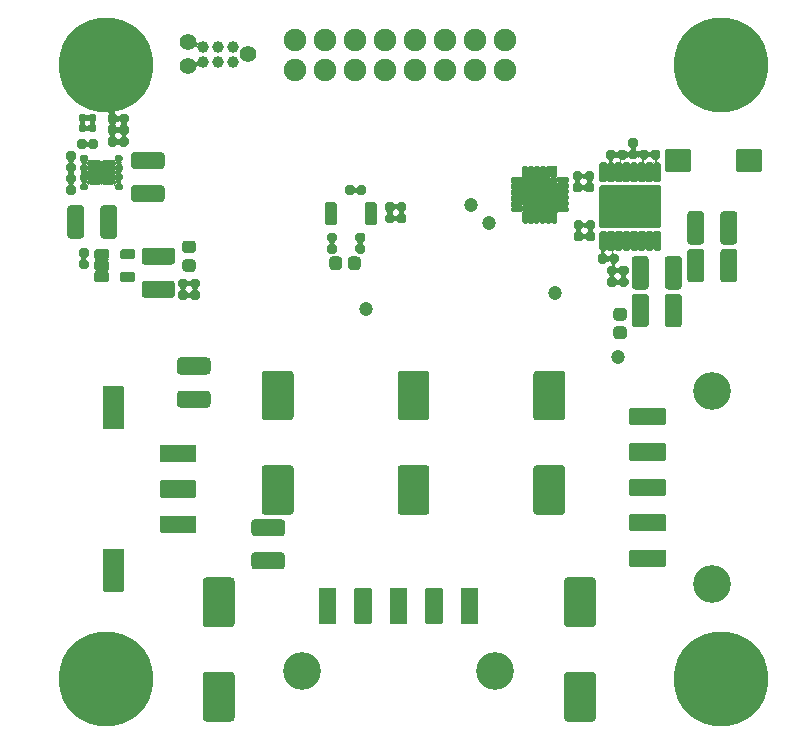
<source format=gts>
G04 #@! TF.GenerationSoftware,KiCad,Pcbnew,5.99.0-unknown-dd374e12a~102~ubuntu20.04.1*
G04 #@! TF.CreationDate,2020-12-04T17:09:39-08:00*
G04 #@! TF.ProjectId,BLDC,424c4443-2e6b-4696-9361-645f70636258,rev?*
G04 #@! TF.SameCoordinates,Original*
G04 #@! TF.FileFunction,Soldermask,Top*
G04 #@! TF.FilePolarity,Negative*
%FSLAX46Y46*%
G04 Gerber Fmt 4.6, Leading zero omitted, Abs format (unit mm)*
G04 Created by KiCad (PCBNEW 5.99.0-unknown-dd374e12a~102~ubuntu20.04.1) date 2020-12-04 17:09:39*
%MOMM*%
%LPD*%
G01*
G04 APERTURE LIST*
%ADD10C,8.000000*%
%ADD11C,3.200000*%
%ADD12C,1.400000*%
%ADD13C,0.990000*%
%ADD14C,1.200000*%
%ADD15O,1.900000X1.900000*%
%ADD16C,1.900000*%
%ADD17C,1.000000*%
G04 APERTURE END LIST*
G36*
X122880426Y-129087469D02*
G01*
X123246233Y-129198435D01*
X123583362Y-129378634D01*
X123878858Y-129621142D01*
X124121366Y-129916638D01*
X124301565Y-130253767D01*
X124412531Y-130619574D01*
X124450000Y-131000000D01*
X124412531Y-131380426D01*
X124301565Y-131746233D01*
X124121366Y-132083362D01*
X123878858Y-132378858D01*
X123583362Y-132621366D01*
X123246233Y-132801565D01*
X122880426Y-132912531D01*
X122500000Y-132950000D01*
X122119574Y-132912531D01*
X121753767Y-132801565D01*
X121416638Y-132621366D01*
X121121142Y-132378858D01*
X120878634Y-132083362D01*
X120698435Y-131746233D01*
X120587469Y-131380426D01*
X120550000Y-131000000D01*
X120587469Y-130619574D01*
X120698435Y-130253767D01*
X120878634Y-129916638D01*
X121121142Y-129621142D01*
X121416638Y-129378634D01*
X121753767Y-129198435D01*
X122119574Y-129087469D01*
X122500000Y-129050000D01*
X122880426Y-129087469D01*
G37*
G36*
X174880426Y-129087469D02*
G01*
X175246233Y-129198435D01*
X175583362Y-129378634D01*
X175878858Y-129621142D01*
X176121366Y-129916638D01*
X176301565Y-130253767D01*
X176412531Y-130619574D01*
X176450000Y-131000000D01*
X176412531Y-131380426D01*
X176301565Y-131746233D01*
X176121366Y-132083362D01*
X175878858Y-132378858D01*
X175583362Y-132621366D01*
X175246233Y-132801565D01*
X174880426Y-132912531D01*
X174500000Y-132950000D01*
X174119574Y-132912531D01*
X173753767Y-132801565D01*
X173416638Y-132621366D01*
X173121142Y-132378858D01*
X172878634Y-132083362D01*
X172698435Y-131746233D01*
X172587469Y-131380426D01*
X172550000Y-131000000D01*
X172587469Y-130619574D01*
X172698435Y-130253767D01*
X172878634Y-129916638D01*
X173121142Y-129621142D01*
X173416638Y-129378634D01*
X173753767Y-129198435D01*
X174119574Y-129087469D01*
X174500000Y-129050000D01*
X174880426Y-129087469D01*
G37*
G36*
X122880426Y-77087469D02*
G01*
X123246233Y-77198435D01*
X123583362Y-77378634D01*
X123878858Y-77621142D01*
X124121366Y-77916638D01*
X124301565Y-78253767D01*
X124412531Y-78619574D01*
X124450000Y-79000000D01*
X124412531Y-79380426D01*
X124301565Y-79746233D01*
X124121366Y-80083362D01*
X123878858Y-80378858D01*
X123583362Y-80621366D01*
X123246233Y-80801565D01*
X122880426Y-80912531D01*
X122500000Y-80950000D01*
X122119574Y-80912531D01*
X121753767Y-80801565D01*
X121416638Y-80621366D01*
X121121142Y-80378858D01*
X120878634Y-80083362D01*
X120698435Y-79746233D01*
X120587469Y-79380426D01*
X120550000Y-79000000D01*
X120587469Y-78619574D01*
X120698435Y-78253767D01*
X120878634Y-77916638D01*
X121121142Y-77621142D01*
X121416638Y-77378634D01*
X121753767Y-77198435D01*
X122119574Y-77087469D01*
X122500000Y-77050000D01*
X122880426Y-77087469D01*
G37*
G36*
X174880426Y-77087469D02*
G01*
X175246233Y-77198435D01*
X175583362Y-77378634D01*
X175878858Y-77621142D01*
X176121366Y-77916638D01*
X176301565Y-78253767D01*
X176412531Y-78619574D01*
X176450000Y-79000000D01*
X176412531Y-79380426D01*
X176301565Y-79746233D01*
X176121366Y-80083362D01*
X175878858Y-80378858D01*
X175583362Y-80621366D01*
X175246233Y-80801565D01*
X174880426Y-80912531D01*
X174500000Y-80950000D01*
X174119574Y-80912531D01*
X173753767Y-80801565D01*
X173416638Y-80621366D01*
X173121142Y-80378858D01*
X172878634Y-80083362D01*
X172698435Y-79746233D01*
X172587469Y-79380426D01*
X172550000Y-79000000D01*
X172587469Y-78619574D01*
X172698435Y-78253767D01*
X172878634Y-77916638D01*
X173121142Y-77621142D01*
X173416638Y-77378634D01*
X173753767Y-77198435D01*
X174119574Y-77087469D01*
X174500000Y-77050000D01*
X174880426Y-77087469D01*
G37*
G36*
X122880426Y-129087469D02*
G01*
X123246233Y-129198435D01*
X123583362Y-129378634D01*
X123878858Y-129621142D01*
X124121366Y-129916638D01*
X124301565Y-130253767D01*
X124412531Y-130619574D01*
X124450000Y-131000000D01*
X124412531Y-131380426D01*
X124301565Y-131746233D01*
X124121366Y-132083362D01*
X123878858Y-132378858D01*
X123583362Y-132621366D01*
X123246233Y-132801565D01*
X122880426Y-132912531D01*
X122500000Y-132950000D01*
X122119574Y-132912531D01*
X121753767Y-132801565D01*
X121416638Y-132621366D01*
X121121142Y-132378858D01*
X120878634Y-132083362D01*
X120698435Y-131746233D01*
X120587469Y-131380426D01*
X120550000Y-131000000D01*
X120587469Y-130619574D01*
X120698435Y-130253767D01*
X120878634Y-129916638D01*
X121121142Y-129621142D01*
X121416638Y-129378634D01*
X121753767Y-129198435D01*
X122119574Y-129087469D01*
X122500000Y-129050000D01*
X122880426Y-129087469D01*
G37*
G36*
X174880426Y-129087469D02*
G01*
X175246233Y-129198435D01*
X175583362Y-129378634D01*
X175878858Y-129621142D01*
X176121366Y-129916638D01*
X176301565Y-130253767D01*
X176412531Y-130619574D01*
X176450000Y-131000000D01*
X176412531Y-131380426D01*
X176301565Y-131746233D01*
X176121366Y-132083362D01*
X175878858Y-132378858D01*
X175583362Y-132621366D01*
X175246233Y-132801565D01*
X174880426Y-132912531D01*
X174500000Y-132950000D01*
X174119574Y-132912531D01*
X173753767Y-132801565D01*
X173416638Y-132621366D01*
X173121142Y-132378858D01*
X172878634Y-132083362D01*
X172698435Y-131746233D01*
X172587469Y-131380426D01*
X172550000Y-131000000D01*
X172587469Y-130619574D01*
X172698435Y-130253767D01*
X172878634Y-129916638D01*
X173121142Y-129621142D01*
X173416638Y-129378634D01*
X173753767Y-129198435D01*
X174119574Y-129087469D01*
X174500000Y-129050000D01*
X174880426Y-129087469D01*
G37*
G36*
X122880426Y-77087469D02*
G01*
X123246233Y-77198435D01*
X123583362Y-77378634D01*
X123878858Y-77621142D01*
X124121366Y-77916638D01*
X124301565Y-78253767D01*
X124412531Y-78619574D01*
X124450000Y-79000000D01*
X124412531Y-79380426D01*
X124301565Y-79746233D01*
X124121366Y-80083362D01*
X123878858Y-80378858D01*
X123583362Y-80621366D01*
X123246233Y-80801565D01*
X122880426Y-80912531D01*
X122500000Y-80950000D01*
X122119574Y-80912531D01*
X121753767Y-80801565D01*
X121416638Y-80621366D01*
X121121142Y-80378858D01*
X120878634Y-80083362D01*
X120698435Y-79746233D01*
X120587469Y-79380426D01*
X120550000Y-79000000D01*
X120587469Y-78619574D01*
X120698435Y-78253767D01*
X120878634Y-77916638D01*
X121121142Y-77621142D01*
X121416638Y-77378634D01*
X121753767Y-77198435D01*
X122119574Y-77087469D01*
X122500000Y-77050000D01*
X122880426Y-77087469D01*
G37*
G36*
X174880426Y-77087469D02*
G01*
X175246233Y-77198435D01*
X175583362Y-77378634D01*
X175878858Y-77621142D01*
X176121366Y-77916638D01*
X176301565Y-78253767D01*
X176412531Y-78619574D01*
X176450000Y-79000000D01*
X176412531Y-79380426D01*
X176301565Y-79746233D01*
X176121366Y-80083362D01*
X175878858Y-80378858D01*
X175583362Y-80621366D01*
X175246233Y-80801565D01*
X174880426Y-80912531D01*
X174500000Y-80950000D01*
X174119574Y-80912531D01*
X173753767Y-80801565D01*
X173416638Y-80621366D01*
X173121142Y-80378858D01*
X172878634Y-80083362D01*
X172698435Y-79746233D01*
X172587469Y-79380426D01*
X172550000Y-79000000D01*
X172587469Y-78619574D01*
X172698435Y-78253767D01*
X172878634Y-77916638D01*
X173121142Y-77621142D01*
X173416638Y-77378634D01*
X173753767Y-77198435D01*
X174119574Y-77087469D01*
X174500000Y-77050000D01*
X174880426Y-77087469D01*
G37*
G36*
G01*
X162257500Y-93140000D02*
X162702500Y-93140000D01*
G75*
G02*
X162900000Y-93337500I0J-197500D01*
G01*
X162900000Y-93732500D01*
G75*
G02*
X162702500Y-93930000I-197500J0D01*
G01*
X162257500Y-93930000D01*
G75*
G02*
X162060000Y-93732500I0J197500D01*
G01*
X162060000Y-93337500D01*
G75*
G02*
X162257500Y-93140000I197500J0D01*
G01*
G37*
G36*
G01*
X162257500Y-92170000D02*
X162702500Y-92170000D01*
G75*
G02*
X162900000Y-92367500I0J-197500D01*
G01*
X162900000Y-92762500D01*
G75*
G02*
X162702500Y-92960000I-197500J0D01*
G01*
X162257500Y-92960000D01*
G75*
G02*
X162060000Y-92762500I0J197500D01*
G01*
X162060000Y-92367500D01*
G75*
G02*
X162257500Y-92170000I197500J0D01*
G01*
G37*
G36*
G01*
X163267500Y-92170000D02*
X163712500Y-92170000D01*
G75*
G02*
X163910000Y-92367500I0J-197500D01*
G01*
X163910000Y-92762500D01*
G75*
G02*
X163712500Y-92960000I-197500J0D01*
G01*
X163267500Y-92960000D01*
G75*
G02*
X163070000Y-92762500I0J197500D01*
G01*
X163070000Y-92367500D01*
G75*
G02*
X163267500Y-92170000I197500J0D01*
G01*
G37*
G36*
G01*
X163267500Y-93140000D02*
X163712500Y-93140000D01*
G75*
G02*
X163910000Y-93337500I0J-197500D01*
G01*
X163910000Y-93732500D01*
G75*
G02*
X163712500Y-93930000I-197500J0D01*
G01*
X163267500Y-93930000D01*
G75*
G02*
X163070000Y-93732500I0J197500D01*
G01*
X163070000Y-93337500D01*
G75*
G02*
X163267500Y-93140000I197500J0D01*
G01*
G37*
G36*
G01*
X142450000Y-95493750D02*
X142450000Y-96106250D01*
G75*
G02*
X142181250Y-96375000I-268750J0D01*
G01*
X141643750Y-96375000D01*
G75*
G02*
X141375000Y-96106250I0J268750D01*
G01*
X141375000Y-95493750D01*
G75*
G02*
X141643750Y-95225000I268750J0D01*
G01*
X142181250Y-95225000D01*
G75*
G02*
X142450000Y-95493750I0J-268750D01*
G01*
G37*
G36*
G01*
X144025000Y-95493750D02*
X144025000Y-96106250D01*
G75*
G02*
X143756250Y-96375000I-268750J0D01*
G01*
X143218750Y-96375000D01*
G75*
G02*
X142950000Y-96106250I0J268750D01*
G01*
X142950000Y-95493750D01*
G75*
G02*
X143218750Y-95225000I268750J0D01*
G01*
X143756250Y-95225000D01*
G75*
G02*
X144025000Y-95493750I0J-268750D01*
G01*
G37*
G36*
G01*
X129806250Y-94950000D02*
X129193750Y-94950000D01*
G75*
G02*
X128925000Y-94681250I0J268750D01*
G01*
X128925000Y-94143750D01*
G75*
G02*
X129193750Y-93875000I268750J0D01*
G01*
X129806250Y-93875000D01*
G75*
G02*
X130075000Y-94143750I0J-268750D01*
G01*
X130075000Y-94681250D01*
G75*
G02*
X129806250Y-94950000I-268750J0D01*
G01*
G37*
G36*
G01*
X129806250Y-96525000D02*
X129193750Y-96525000D01*
G75*
G02*
X128925000Y-96256250I0J268750D01*
G01*
X128925000Y-95718750D01*
G75*
G02*
X129193750Y-95450000I268750J0D01*
G01*
X129806250Y-95450000D01*
G75*
G02*
X130075000Y-95718750I0J-268750D01*
G01*
X130075000Y-96256250D01*
G75*
G02*
X129806250Y-96525000I-268750J0D01*
G01*
G37*
G36*
G01*
X169451329Y-89305882D02*
X169451329Y-92694118D01*
G75*
G02*
X169345447Y-92800000I-105882J0D01*
G01*
X164357211Y-92800000D01*
G75*
G02*
X164251329Y-92694118I0J105882D01*
G01*
X164251329Y-89305882D01*
G75*
G02*
X164357211Y-89200000I105882J0D01*
G01*
X169345447Y-89200000D01*
G75*
G02*
X169451329Y-89305882I0J-105882D01*
G01*
G37*
G36*
G01*
X164901329Y-87394444D02*
X164901329Y-88805556D01*
G75*
G02*
X164756885Y-88950000I-144444J0D01*
G01*
X164395773Y-88950000D01*
G75*
G02*
X164251329Y-88805556I0J144444D01*
G01*
X164251329Y-87394444D01*
G75*
G02*
X164395773Y-87250000I144444J0D01*
G01*
X164756885Y-87250000D01*
G75*
G02*
X164901329Y-87394444I0J-144444D01*
G01*
G37*
G36*
G01*
X164901329Y-93194444D02*
X164901329Y-94605556D01*
G75*
G02*
X164756885Y-94750000I-144444J0D01*
G01*
X164395773Y-94750000D01*
G75*
G02*
X164251329Y-94605556I0J144444D01*
G01*
X164251329Y-93194444D01*
G75*
G02*
X164395773Y-93050000I144444J0D01*
G01*
X164756885Y-93050000D01*
G75*
G02*
X164901329Y-93194444I0J-144444D01*
G01*
G37*
G36*
G01*
X165551329Y-87394444D02*
X165551329Y-88805556D01*
G75*
G02*
X165406885Y-88950000I-144444J0D01*
G01*
X165045773Y-88950000D01*
G75*
G02*
X164901329Y-88805556I0J144444D01*
G01*
X164901329Y-87394444D01*
G75*
G02*
X165045773Y-87250000I144444J0D01*
G01*
X165406885Y-87250000D01*
G75*
G02*
X165551329Y-87394444I0J-144444D01*
G01*
G37*
G36*
G01*
X165551329Y-93194444D02*
X165551329Y-94605556D01*
G75*
G02*
X165406885Y-94750000I-144444J0D01*
G01*
X165045773Y-94750000D01*
G75*
G02*
X164901329Y-94605556I0J144444D01*
G01*
X164901329Y-93194444D01*
G75*
G02*
X165045773Y-93050000I144444J0D01*
G01*
X165406885Y-93050000D01*
G75*
G02*
X165551329Y-93194444I0J-144444D01*
G01*
G37*
G36*
G01*
X166201329Y-87394444D02*
X166201329Y-88805556D01*
G75*
G02*
X166056885Y-88950000I-144444J0D01*
G01*
X165695773Y-88950000D01*
G75*
G02*
X165551329Y-88805556I0J144444D01*
G01*
X165551329Y-87394444D01*
G75*
G02*
X165695773Y-87250000I144444J0D01*
G01*
X166056885Y-87250000D01*
G75*
G02*
X166201329Y-87394444I0J-144444D01*
G01*
G37*
G36*
G01*
X166201329Y-93194444D02*
X166201329Y-94605556D01*
G75*
G02*
X166056885Y-94750000I-144444J0D01*
G01*
X165695773Y-94750000D01*
G75*
G02*
X165551329Y-94605556I0J144444D01*
G01*
X165551329Y-93194444D01*
G75*
G02*
X165695773Y-93050000I144444J0D01*
G01*
X166056885Y-93050000D01*
G75*
G02*
X166201329Y-93194444I0J-144444D01*
G01*
G37*
G36*
G01*
X166851329Y-87394444D02*
X166851329Y-88805556D01*
G75*
G02*
X166706885Y-88950000I-144444J0D01*
G01*
X166345773Y-88950000D01*
G75*
G02*
X166201329Y-88805556I0J144444D01*
G01*
X166201329Y-87394444D01*
G75*
G02*
X166345773Y-87250000I144444J0D01*
G01*
X166706885Y-87250000D01*
G75*
G02*
X166851329Y-87394444I0J-144444D01*
G01*
G37*
G36*
G01*
X166851329Y-93194444D02*
X166851329Y-94605556D01*
G75*
G02*
X166706885Y-94750000I-144444J0D01*
G01*
X166345773Y-94750000D01*
G75*
G02*
X166201329Y-94605556I0J144444D01*
G01*
X166201329Y-93194444D01*
G75*
G02*
X166345773Y-93050000I144444J0D01*
G01*
X166706885Y-93050000D01*
G75*
G02*
X166851329Y-93194444I0J-144444D01*
G01*
G37*
G36*
G01*
X167501329Y-87394444D02*
X167501329Y-88805556D01*
G75*
G02*
X167356885Y-88950000I-144444J0D01*
G01*
X166995773Y-88950000D01*
G75*
G02*
X166851329Y-88805556I0J144444D01*
G01*
X166851329Y-87394444D01*
G75*
G02*
X166995773Y-87250000I144444J0D01*
G01*
X167356885Y-87250000D01*
G75*
G02*
X167501329Y-87394444I0J-144444D01*
G01*
G37*
G36*
G01*
X167501329Y-93194444D02*
X167501329Y-94605556D01*
G75*
G02*
X167356885Y-94750000I-144444J0D01*
G01*
X166995773Y-94750000D01*
G75*
G02*
X166851329Y-94605556I0J144444D01*
G01*
X166851329Y-93194444D01*
G75*
G02*
X166995773Y-93050000I144444J0D01*
G01*
X167356885Y-93050000D01*
G75*
G02*
X167501329Y-93194444I0J-144444D01*
G01*
G37*
G36*
G01*
X168151329Y-87394444D02*
X168151329Y-88805556D01*
G75*
G02*
X168006885Y-88950000I-144444J0D01*
G01*
X167645773Y-88950000D01*
G75*
G02*
X167501329Y-88805556I0J144444D01*
G01*
X167501329Y-87394444D01*
G75*
G02*
X167645773Y-87250000I144444J0D01*
G01*
X168006885Y-87250000D01*
G75*
G02*
X168151329Y-87394444I0J-144444D01*
G01*
G37*
G36*
G01*
X168151329Y-93194444D02*
X168151329Y-94605556D01*
G75*
G02*
X168006885Y-94750000I-144444J0D01*
G01*
X167645773Y-94750000D01*
G75*
G02*
X167501329Y-94605556I0J144444D01*
G01*
X167501329Y-93194444D01*
G75*
G02*
X167645773Y-93050000I144444J0D01*
G01*
X168006885Y-93050000D01*
G75*
G02*
X168151329Y-93194444I0J-144444D01*
G01*
G37*
G36*
G01*
X168801329Y-87394444D02*
X168801329Y-88805556D01*
G75*
G02*
X168656885Y-88950000I-144444J0D01*
G01*
X168295773Y-88950000D01*
G75*
G02*
X168151329Y-88805556I0J144444D01*
G01*
X168151329Y-87394444D01*
G75*
G02*
X168295773Y-87250000I144444J0D01*
G01*
X168656885Y-87250000D01*
G75*
G02*
X168801329Y-87394444I0J-144444D01*
G01*
G37*
G36*
G01*
X168801329Y-93194444D02*
X168801329Y-94605556D01*
G75*
G02*
X168656885Y-94750000I-144444J0D01*
G01*
X168295773Y-94750000D01*
G75*
G02*
X168151329Y-94605556I0J144444D01*
G01*
X168151329Y-93194444D01*
G75*
G02*
X168295773Y-93050000I144444J0D01*
G01*
X168656885Y-93050000D01*
G75*
G02*
X168801329Y-93194444I0J-144444D01*
G01*
G37*
G36*
G01*
X169451329Y-87394444D02*
X169451329Y-88805556D01*
G75*
G02*
X169306885Y-88950000I-144444J0D01*
G01*
X168945773Y-88950000D01*
G75*
G02*
X168801329Y-88805556I0J144444D01*
G01*
X168801329Y-87394444D01*
G75*
G02*
X168945773Y-87250000I144444J0D01*
G01*
X169306885Y-87250000D01*
G75*
G02*
X169451329Y-87394444I0J-144444D01*
G01*
G37*
G36*
G01*
X169451329Y-93194444D02*
X169451329Y-94605556D01*
G75*
G02*
X169306885Y-94750000I-144444J0D01*
G01*
X168945773Y-94750000D01*
G75*
G02*
X168801329Y-94605556I0J144444D01*
G01*
X168801329Y-93194444D01*
G75*
G02*
X168945773Y-93050000I144444J0D01*
G01*
X169306885Y-93050000D01*
G75*
G02*
X169451329Y-93194444I0J-144444D01*
G01*
G37*
G36*
G01*
X175800000Y-87938235D02*
X175800000Y-86261765D01*
G75*
G02*
X175911765Y-86150000I111765J0D01*
G01*
X177888235Y-86150000D01*
G75*
G02*
X178000000Y-86261765I0J-111765D01*
G01*
X178000000Y-87938235D01*
G75*
G02*
X177888235Y-88050000I-111765J0D01*
G01*
X175911765Y-88050000D01*
G75*
G02*
X175800000Y-87938235I0J111765D01*
G01*
G37*
G36*
G01*
X169800000Y-87938235D02*
X169800000Y-86261765D01*
G75*
G02*
X169911765Y-86150000I111765J0D01*
G01*
X171888235Y-86150000D01*
G75*
G02*
X172000000Y-86261765I0J-111765D01*
G01*
X172000000Y-87938235D01*
G75*
G02*
X171888235Y-88050000I-111765J0D01*
G01*
X169911765Y-88050000D01*
G75*
G02*
X169800000Y-87938235I0J111765D01*
G01*
G37*
G36*
G01*
X138080000Y-109100000D02*
X135920000Y-109100000D01*
G75*
G02*
X135650000Y-108830000I0J270000D01*
G01*
X135650000Y-105170000D01*
G75*
G02*
X135920000Y-104900000I270000J0D01*
G01*
X138080000Y-104900000D01*
G75*
G02*
X138350000Y-105170000I0J-270000D01*
G01*
X138350000Y-108830000D01*
G75*
G02*
X138080000Y-109100000I-270000J0D01*
G01*
G37*
G36*
G01*
X138080000Y-117100000D02*
X135920000Y-117100000D01*
G75*
G02*
X135650000Y-116830000I0J270000D01*
G01*
X135650000Y-113170000D01*
G75*
G02*
X135920000Y-112900000I270000J0D01*
G01*
X138080000Y-112900000D01*
G75*
G02*
X138350000Y-113170000I0J-270000D01*
G01*
X138350000Y-116830000D01*
G75*
G02*
X138080000Y-117100000I-270000J0D01*
G01*
G37*
G36*
G01*
X149580000Y-109100000D02*
X147420000Y-109100000D01*
G75*
G02*
X147150000Y-108830000I0J270000D01*
G01*
X147150000Y-105170000D01*
G75*
G02*
X147420000Y-104900000I270000J0D01*
G01*
X149580000Y-104900000D01*
G75*
G02*
X149850000Y-105170000I0J-270000D01*
G01*
X149850000Y-108830000D01*
G75*
G02*
X149580000Y-109100000I-270000J0D01*
G01*
G37*
G36*
G01*
X149580000Y-117100000D02*
X147420000Y-117100000D01*
G75*
G02*
X147150000Y-116830000I0J270000D01*
G01*
X147150000Y-113170000D01*
G75*
G02*
X147420000Y-112900000I270000J0D01*
G01*
X149580000Y-112900000D01*
G75*
G02*
X149850000Y-113170000I0J-270000D01*
G01*
X149850000Y-116830000D01*
G75*
G02*
X149580000Y-117100000I-270000J0D01*
G01*
G37*
G36*
G01*
X161080000Y-109100000D02*
X158920000Y-109100000D01*
G75*
G02*
X158650000Y-108830000I0J270000D01*
G01*
X158650000Y-105170000D01*
G75*
G02*
X158920000Y-104900000I270000J0D01*
G01*
X161080000Y-104900000D01*
G75*
G02*
X161350000Y-105170000I0J-270000D01*
G01*
X161350000Y-108830000D01*
G75*
G02*
X161080000Y-109100000I-270000J0D01*
G01*
G37*
G36*
G01*
X161080000Y-117100000D02*
X158920000Y-117100000D01*
G75*
G02*
X158650000Y-116830000I0J270000D01*
G01*
X158650000Y-113170000D01*
G75*
G02*
X158920000Y-112900000I270000J0D01*
G01*
X161080000Y-112900000D01*
G75*
G02*
X161350000Y-113170000I0J-270000D01*
G01*
X161350000Y-116830000D01*
G75*
G02*
X161080000Y-117100000I-270000J0D01*
G01*
G37*
G36*
G01*
X130920000Y-130400000D02*
X133080000Y-130400000D01*
G75*
G02*
X133350000Y-130670000I0J-270000D01*
G01*
X133350000Y-134330000D01*
G75*
G02*
X133080000Y-134600000I-270000J0D01*
G01*
X130920000Y-134600000D01*
G75*
G02*
X130650000Y-134330000I0J270000D01*
G01*
X130650000Y-130670000D01*
G75*
G02*
X130920000Y-130400000I270000J0D01*
G01*
G37*
G36*
G01*
X130920000Y-122400000D02*
X133080000Y-122400000D01*
G75*
G02*
X133350000Y-122670000I0J-270000D01*
G01*
X133350000Y-126330000D01*
G75*
G02*
X133080000Y-126600000I-270000J0D01*
G01*
X130920000Y-126600000D01*
G75*
G02*
X130650000Y-126330000I0J270000D01*
G01*
X130650000Y-122670000D01*
G75*
G02*
X130920000Y-122400000I270000J0D01*
G01*
G37*
G36*
G01*
X161520000Y-130400000D02*
X163680000Y-130400000D01*
G75*
G02*
X163950000Y-130670000I0J-270000D01*
G01*
X163950000Y-134330000D01*
G75*
G02*
X163680000Y-134600000I-270000J0D01*
G01*
X161520000Y-134600000D01*
G75*
G02*
X161250000Y-134330000I0J270000D01*
G01*
X161250000Y-130670000D01*
G75*
G02*
X161520000Y-130400000I270000J0D01*
G01*
G37*
G36*
G01*
X161520000Y-122400000D02*
X163680000Y-122400000D01*
G75*
G02*
X163950000Y-122670000I0J-270000D01*
G01*
X163950000Y-126330000D01*
G75*
G02*
X163680000Y-126600000I-270000J0D01*
G01*
X161520000Y-126600000D01*
G75*
G02*
X161250000Y-126330000I0J270000D01*
G01*
X161250000Y-122670000D01*
G75*
G02*
X161520000Y-122400000I270000J0D01*
G01*
G37*
G36*
G01*
X122620000Y-84722500D02*
X122620000Y-84277500D01*
G75*
G02*
X122817500Y-84080000I197500J0D01*
G01*
X123212500Y-84080000D01*
G75*
G02*
X123410000Y-84277500I0J-197500D01*
G01*
X123410000Y-84722500D01*
G75*
G02*
X123212500Y-84920000I-197500J0D01*
G01*
X122817500Y-84920000D01*
G75*
G02*
X122620000Y-84722500I0J197500D01*
G01*
G37*
G36*
G01*
X123590000Y-84722500D02*
X123590000Y-84277500D01*
G75*
G02*
X123787500Y-84080000I197500J0D01*
G01*
X124182500Y-84080000D01*
G75*
G02*
X124380000Y-84277500I0J-197500D01*
G01*
X124380000Y-84722500D01*
G75*
G02*
X124182500Y-84920000I-197500J0D01*
G01*
X123787500Y-84920000D01*
G75*
G02*
X123590000Y-84722500I0J197500D01*
G01*
G37*
G36*
G01*
X122620000Y-85722500D02*
X122620000Y-85277500D01*
G75*
G02*
X122817500Y-85080000I197500J0D01*
G01*
X123212500Y-85080000D01*
G75*
G02*
X123410000Y-85277500I0J-197500D01*
G01*
X123410000Y-85722500D01*
G75*
G02*
X123212500Y-85920000I-197500J0D01*
G01*
X122817500Y-85920000D01*
G75*
G02*
X122620000Y-85722500I0J197500D01*
G01*
G37*
G36*
G01*
X123590000Y-85722500D02*
X123590000Y-85277500D01*
G75*
G02*
X123787500Y-85080000I197500J0D01*
G01*
X124182500Y-85080000D01*
G75*
G02*
X124380000Y-85277500I0J-197500D01*
G01*
X124380000Y-85722500D01*
G75*
G02*
X124182500Y-85920000I-197500J0D01*
G01*
X123787500Y-85920000D01*
G75*
G02*
X123590000Y-85722500I0J197500D01*
G01*
G37*
G36*
G01*
X129777500Y-97120000D02*
X130222500Y-97120000D01*
G75*
G02*
X130420000Y-97317500I0J-197500D01*
G01*
X130420000Y-97712500D01*
G75*
G02*
X130222500Y-97910000I-197500J0D01*
G01*
X129777500Y-97910000D01*
G75*
G02*
X129580000Y-97712500I0J197500D01*
G01*
X129580000Y-97317500D01*
G75*
G02*
X129777500Y-97120000I197500J0D01*
G01*
G37*
G36*
G01*
X129777500Y-98090000D02*
X130222500Y-98090000D01*
G75*
G02*
X130420000Y-98287500I0J-197500D01*
G01*
X130420000Y-98682500D01*
G75*
G02*
X130222500Y-98880000I-197500J0D01*
G01*
X129777500Y-98880000D01*
G75*
G02*
X129580000Y-98682500I0J197500D01*
G01*
X129580000Y-98287500D01*
G75*
G02*
X129777500Y-98090000I197500J0D01*
G01*
G37*
G36*
G01*
X141377500Y-93220000D02*
X141822500Y-93220000D01*
G75*
G02*
X142020000Y-93417500I0J-197500D01*
G01*
X142020000Y-93812500D01*
G75*
G02*
X141822500Y-94010000I-197500J0D01*
G01*
X141377500Y-94010000D01*
G75*
G02*
X141180000Y-93812500I0J197500D01*
G01*
X141180000Y-93417500D01*
G75*
G02*
X141377500Y-93220000I197500J0D01*
G01*
G37*
G36*
G01*
X141377500Y-94190000D02*
X141822500Y-94190000D01*
G75*
G02*
X142020000Y-94387500I0J-197500D01*
G01*
X142020000Y-94782500D01*
G75*
G02*
X141822500Y-94980000I-197500J0D01*
G01*
X141377500Y-94980000D01*
G75*
G02*
X141180000Y-94782500I0J197500D01*
G01*
X141180000Y-94387500D01*
G75*
G02*
X141377500Y-94190000I197500J0D01*
G01*
G37*
G36*
G01*
X122620000Y-83762220D02*
X122620000Y-83317220D01*
G75*
G02*
X122817500Y-83119720I197500J0D01*
G01*
X123212500Y-83119720D01*
G75*
G02*
X123410000Y-83317220I0J-197500D01*
G01*
X123410000Y-83762220D01*
G75*
G02*
X123212500Y-83959720I-197500J0D01*
G01*
X122817500Y-83959720D01*
G75*
G02*
X122620000Y-83762220I0J197500D01*
G01*
G37*
G36*
G01*
X123590000Y-83762220D02*
X123590000Y-83317220D01*
G75*
G02*
X123787500Y-83119720I197500J0D01*
G01*
X124182500Y-83119720D01*
G75*
G02*
X124380000Y-83317220I0J-197500D01*
G01*
X124380000Y-83762220D01*
G75*
G02*
X124182500Y-83959720I-197500J0D01*
G01*
X123787500Y-83959720D01*
G75*
G02*
X123590000Y-83762220I0J197500D01*
G01*
G37*
G36*
G01*
X144222500Y-94010000D02*
X143777500Y-94010000D01*
G75*
G02*
X143580000Y-93812500I0J197500D01*
G01*
X143580000Y-93417500D01*
G75*
G02*
X143777500Y-93220000I197500J0D01*
G01*
X144222500Y-93220000D01*
G75*
G02*
X144420000Y-93417500I0J-197500D01*
G01*
X144420000Y-93812500D01*
G75*
G02*
X144222500Y-94010000I-197500J0D01*
G01*
G37*
G36*
G01*
X144222500Y-94980000D02*
X143777500Y-94980000D01*
G75*
G02*
X143580000Y-94782500I0J197500D01*
G01*
X143580000Y-94387500D01*
G75*
G02*
X143777500Y-94190000I197500J0D01*
G01*
X144222500Y-94190000D01*
G75*
G02*
X144420000Y-94387500I0J-197500D01*
G01*
X144420000Y-94782500D01*
G75*
G02*
X144222500Y-94980000I-197500J0D01*
G01*
G37*
G36*
G01*
X147880000Y-91777500D02*
X147880000Y-92222500D01*
G75*
G02*
X147682500Y-92420000I-197500J0D01*
G01*
X147287500Y-92420000D01*
G75*
G02*
X147090000Y-92222500I0J197500D01*
G01*
X147090000Y-91777500D01*
G75*
G02*
X147287500Y-91580000I197500J0D01*
G01*
X147682500Y-91580000D01*
G75*
G02*
X147880000Y-91777500I0J-197500D01*
G01*
G37*
G36*
G01*
X146910000Y-91777500D02*
X146910000Y-92222500D01*
G75*
G02*
X146712500Y-92420000I-197500J0D01*
G01*
X146317500Y-92420000D01*
G75*
G02*
X146120000Y-92222500I0J197500D01*
G01*
X146120000Y-91777500D01*
G75*
G02*
X146317500Y-91580000I197500J0D01*
G01*
X146712500Y-91580000D01*
G75*
G02*
X146910000Y-91777500I0J-197500D01*
G01*
G37*
G36*
G01*
X120822500Y-95310000D02*
X120377500Y-95310000D01*
G75*
G02*
X120180000Y-95112500I0J197500D01*
G01*
X120180000Y-94717500D01*
G75*
G02*
X120377500Y-94520000I197500J0D01*
G01*
X120822500Y-94520000D01*
G75*
G02*
X121020000Y-94717500I0J-197500D01*
G01*
X121020000Y-95112500D01*
G75*
G02*
X120822500Y-95310000I-197500J0D01*
G01*
G37*
G36*
G01*
X120822500Y-96280000D02*
X120377500Y-96280000D01*
G75*
G02*
X120180000Y-96082500I0J197500D01*
G01*
X120180000Y-95687500D01*
G75*
G02*
X120377500Y-95490000I197500J0D01*
G01*
X120822500Y-95490000D01*
G75*
G02*
X121020000Y-95687500I0J-197500D01*
G01*
X121020000Y-96082500D01*
G75*
G02*
X120822500Y-96280000I-197500J0D01*
G01*
G37*
G36*
G01*
X147090000Y-91243780D02*
X147090000Y-90798780D01*
G75*
G02*
X147287500Y-90601280I197500J0D01*
G01*
X147682500Y-90601280D01*
G75*
G02*
X147880000Y-90798780I0J-197500D01*
G01*
X147880000Y-91243780D01*
G75*
G02*
X147682500Y-91441280I-197500J0D01*
G01*
X147287500Y-91441280D01*
G75*
G02*
X147090000Y-91243780I0J197500D01*
G01*
G37*
G36*
G01*
X146120000Y-91243780D02*
X146120000Y-90798780D01*
G75*
G02*
X146317500Y-90601280I197500J0D01*
G01*
X146712500Y-90601280D01*
G75*
G02*
X146910000Y-90798780I0J-197500D01*
G01*
X146910000Y-91243780D01*
G75*
G02*
X146712500Y-91441280I-197500J0D01*
G01*
X146317500Y-91441280D01*
G75*
G02*
X146120000Y-91243780I0J197500D01*
G01*
G37*
G36*
G01*
X163177500Y-88990000D02*
X163622500Y-88990000D01*
G75*
G02*
X163820000Y-89187500I0J-197500D01*
G01*
X163820000Y-89582500D01*
G75*
G02*
X163622500Y-89780000I-197500J0D01*
G01*
X163177500Y-89780000D01*
G75*
G02*
X162980000Y-89582500I0J197500D01*
G01*
X162980000Y-89187500D01*
G75*
G02*
X163177500Y-88990000I197500J0D01*
G01*
G37*
G36*
G01*
X163177500Y-88020000D02*
X163622500Y-88020000D01*
G75*
G02*
X163820000Y-88217500I0J-197500D01*
G01*
X163820000Y-88612500D01*
G75*
G02*
X163622500Y-88810000I-197500J0D01*
G01*
X163177500Y-88810000D01*
G75*
G02*
X162980000Y-88612500I0J197500D01*
G01*
X162980000Y-88217500D01*
G75*
G02*
X163177500Y-88020000I197500J0D01*
G01*
G37*
G36*
G01*
X162177500Y-88990000D02*
X162622500Y-88990000D01*
G75*
G02*
X162820000Y-89187500I0J-197500D01*
G01*
X162820000Y-89582500D01*
G75*
G02*
X162622500Y-89780000I-197500J0D01*
G01*
X162177500Y-89780000D01*
G75*
G02*
X161980000Y-89582500I0J197500D01*
G01*
X161980000Y-89187500D01*
G75*
G02*
X162177500Y-88990000I197500J0D01*
G01*
G37*
G36*
G01*
X162177500Y-88020000D02*
X162622500Y-88020000D01*
G75*
G02*
X162820000Y-88217500I0J-197500D01*
G01*
X162820000Y-88612500D01*
G75*
G02*
X162622500Y-88810000I-197500J0D01*
G01*
X162177500Y-88810000D01*
G75*
G02*
X161980000Y-88612500I0J197500D01*
G01*
X161980000Y-88217500D01*
G75*
G02*
X162177500Y-88020000I197500J0D01*
G01*
G37*
G36*
G01*
X143510000Y-89377500D02*
X143510000Y-89822500D01*
G75*
G02*
X143312500Y-90020000I-197500J0D01*
G01*
X142917500Y-90020000D01*
G75*
G02*
X142720000Y-89822500I0J197500D01*
G01*
X142720000Y-89377500D01*
G75*
G02*
X142917500Y-89180000I197500J0D01*
G01*
X143312500Y-89180000D01*
G75*
G02*
X143510000Y-89377500I0J-197500D01*
G01*
G37*
G36*
G01*
X144480000Y-89377500D02*
X144480000Y-89822500D01*
G75*
G02*
X144282500Y-90020000I-197500J0D01*
G01*
X143887500Y-90020000D01*
G75*
G02*
X143690000Y-89822500I0J197500D01*
G01*
X143690000Y-89377500D01*
G75*
G02*
X143887500Y-89180000I197500J0D01*
G01*
X144282500Y-89180000D01*
G75*
G02*
X144480000Y-89377500I0J-197500D01*
G01*
G37*
G36*
G01*
X120655556Y-83825000D02*
X120294444Y-83825000D01*
G75*
G02*
X120150000Y-83680556I0J144444D01*
G01*
X120150000Y-83319444D01*
G75*
G02*
X120294444Y-83175000I144444J0D01*
G01*
X120655556Y-83175000D01*
G75*
G02*
X120800000Y-83319444I0J-144444D01*
G01*
X120800000Y-83680556D01*
G75*
G02*
X120655556Y-83825000I-144444J0D01*
G01*
G37*
G36*
G01*
X121505556Y-83825000D02*
X121144444Y-83825000D01*
G75*
G02*
X121000000Y-83680556I0J144444D01*
G01*
X121000000Y-83319444D01*
G75*
G02*
X121144444Y-83175000I144444J0D01*
G01*
X121505556Y-83175000D01*
G75*
G02*
X121650000Y-83319444I0J-144444D01*
G01*
X121650000Y-83680556D01*
G75*
G02*
X121505556Y-83825000I-144444J0D01*
G01*
G37*
G36*
G01*
X121505556Y-84675000D02*
X121144444Y-84675000D01*
G75*
G02*
X121000000Y-84530556I0J144444D01*
G01*
X121000000Y-84169444D01*
G75*
G02*
X121144444Y-84025000I144444J0D01*
G01*
X121505556Y-84025000D01*
G75*
G02*
X121650000Y-84169444I0J-144444D01*
G01*
X121650000Y-84530556D01*
G75*
G02*
X121505556Y-84675000I-144444J0D01*
G01*
G37*
G36*
G01*
X120655556Y-84675000D02*
X120294444Y-84675000D01*
G75*
G02*
X120150000Y-84530556I0J144444D01*
G01*
X120150000Y-84169444D01*
G75*
G02*
X120294444Y-84025000I144444J0D01*
G01*
X120655556Y-84025000D01*
G75*
G02*
X120800000Y-84169444I0J-144444D01*
G01*
X120800000Y-84530556D01*
G75*
G02*
X120655556Y-84675000I-144444J0D01*
G01*
G37*
D10*
X122500000Y-131000000D03*
X174500000Y-131000000D03*
X122500000Y-79000000D03*
X174500000Y-79000000D03*
G36*
G01*
X121470000Y-95344231D02*
X121470000Y-94755769D01*
G75*
G02*
X121600769Y-94625000I130769J0D01*
G01*
X122599231Y-94625000D01*
G75*
G02*
X122730000Y-94755769I0J-130769D01*
G01*
X122730000Y-95344231D01*
G75*
G02*
X122599231Y-95475000I-130769J0D01*
G01*
X121600769Y-95475000D01*
G75*
G02*
X121470000Y-95344231I0J130769D01*
G01*
G37*
G36*
G01*
X121470000Y-96294231D02*
X121470000Y-95705769D01*
G75*
G02*
X121600769Y-95575000I130769J0D01*
G01*
X122599231Y-95575000D01*
G75*
G02*
X122730000Y-95705769I0J-130769D01*
G01*
X122730000Y-96294231D01*
G75*
G02*
X122599231Y-96425000I-130769J0D01*
G01*
X121600769Y-96425000D01*
G75*
G02*
X121470000Y-96294231I0J130769D01*
G01*
G37*
G36*
G01*
X121470000Y-97244231D02*
X121470000Y-96655769D01*
G75*
G02*
X121600769Y-96525000I130769J0D01*
G01*
X122599231Y-96525000D01*
G75*
G02*
X122730000Y-96655769I0J-130769D01*
G01*
X122730000Y-97244231D01*
G75*
G02*
X122599231Y-97375000I-130769J0D01*
G01*
X121600769Y-97375000D01*
G75*
G02*
X121470000Y-97244231I0J130769D01*
G01*
G37*
G36*
G01*
X123670000Y-97244231D02*
X123670000Y-96655769D01*
G75*
G02*
X123800769Y-96525000I130769J0D01*
G01*
X124799231Y-96525000D01*
G75*
G02*
X124930000Y-96655769I0J-130769D01*
G01*
X124930000Y-97244231D01*
G75*
G02*
X124799231Y-97375000I-130769J0D01*
G01*
X123800769Y-97375000D01*
G75*
G02*
X123670000Y-97244231I0J130769D01*
G01*
G37*
G36*
G01*
X123670000Y-95344231D02*
X123670000Y-94755769D01*
G75*
G02*
X123800769Y-94625000I130769J0D01*
G01*
X124799231Y-94625000D01*
G75*
G02*
X124930000Y-94755769I0J-130769D01*
G01*
X124930000Y-95344231D01*
G75*
G02*
X124799231Y-95475000I-130769J0D01*
G01*
X123800769Y-95475000D01*
G75*
G02*
X123670000Y-95344231I0J130769D01*
G01*
G37*
G36*
G01*
X127125748Y-111165000D02*
X130014252Y-111165000D01*
G75*
G02*
X130130000Y-111280748I0J-115748D01*
G01*
X130130000Y-112519252D01*
G75*
G02*
X130014252Y-112635000I-115748J0D01*
G01*
X127125748Y-112635000D01*
G75*
G02*
X127010000Y-112519252I0J115748D01*
G01*
X127010000Y-111280748D01*
G75*
G02*
X127125748Y-111165000I115748J0D01*
G01*
G37*
G36*
G01*
X127125748Y-114165000D02*
X130014252Y-114165000D01*
G75*
G02*
X130130000Y-114280748I0J-115748D01*
G01*
X130130000Y-115519252D01*
G75*
G02*
X130014252Y-115635000I-115748J0D01*
G01*
X127125748Y-115635000D01*
G75*
G02*
X127010000Y-115519252I0J115748D01*
G01*
X127010000Y-114280748D01*
G75*
G02*
X127125748Y-114165000I115748J0D01*
G01*
G37*
G36*
G01*
X127125748Y-117165000D02*
X130014252Y-117165000D01*
G75*
G02*
X130130000Y-117280748I0J-115748D01*
G01*
X130130000Y-118519252D01*
G75*
G02*
X130014252Y-118635000I-115748J0D01*
G01*
X127125748Y-118635000D01*
G75*
G02*
X127010000Y-118519252I0J115748D01*
G01*
X127010000Y-117280748D01*
G75*
G02*
X127125748Y-117165000I115748J0D01*
G01*
G37*
G36*
G01*
X122287121Y-119970000D02*
X123912879Y-119970000D01*
G75*
G02*
X124025000Y-120082121I0J-112121D01*
G01*
X124025000Y-123487879D01*
G75*
G02*
X123912879Y-123600000I-112121J0D01*
G01*
X122287121Y-123600000D01*
G75*
G02*
X122175000Y-123487879I0J112121D01*
G01*
X122175000Y-120082121D01*
G75*
G02*
X122287121Y-119970000I112121J0D01*
G01*
G37*
G36*
G01*
X122287121Y-106200000D02*
X123912879Y-106200000D01*
G75*
G02*
X124025000Y-106312121I0J-112121D01*
G01*
X124025000Y-109717879D01*
G75*
G02*
X123912879Y-109830000I-112121J0D01*
G01*
X122287121Y-109830000D01*
G75*
G02*
X122175000Y-109717879I0J112121D01*
G01*
X122175000Y-106312121D01*
G75*
G02*
X122287121Y-106200000I112121J0D01*
G01*
G37*
G36*
G01*
X142000000Y-90775000D02*
X142000000Y-92425000D01*
G75*
G02*
X141875000Y-92550000I-125000J0D01*
G01*
X141125000Y-92550000D01*
G75*
G02*
X141000000Y-92425000I0J125000D01*
G01*
X141000000Y-90775000D01*
G75*
G02*
X141125000Y-90650000I125000J0D01*
G01*
X141875000Y-90650000D01*
G75*
G02*
X142000000Y-90775000I0J-125000D01*
G01*
G37*
G36*
G01*
X145400000Y-90775000D02*
X145400000Y-92425000D01*
G75*
G02*
X145275000Y-92550000I-125000J0D01*
G01*
X144525000Y-92550000D01*
G75*
G02*
X144400000Y-92425000I0J125000D01*
G01*
X144400000Y-90775000D01*
G75*
G02*
X144525000Y-90650000I125000J0D01*
G01*
X145275000Y-90650000D01*
G75*
G02*
X145400000Y-90775000I0J-125000D01*
G01*
G37*
G36*
G01*
X119722500Y-89010000D02*
X119277500Y-89010000D01*
G75*
G02*
X119080000Y-88812500I0J197500D01*
G01*
X119080000Y-88417500D01*
G75*
G02*
X119277500Y-88220000I197500J0D01*
G01*
X119722500Y-88220000D01*
G75*
G02*
X119920000Y-88417500I0J-197500D01*
G01*
X119920000Y-88812500D01*
G75*
G02*
X119722500Y-89010000I-197500J0D01*
G01*
G37*
G36*
G01*
X119722500Y-89980000D02*
X119277500Y-89980000D01*
G75*
G02*
X119080000Y-89782500I0J197500D01*
G01*
X119080000Y-89387500D01*
G75*
G02*
X119277500Y-89190000I197500J0D01*
G01*
X119722500Y-89190000D01*
G75*
G02*
X119920000Y-89387500I0J-197500D01*
G01*
X119920000Y-89782500D01*
G75*
G02*
X119722500Y-89980000I-197500J0D01*
G01*
G37*
G36*
G01*
X119722500Y-87110000D02*
X119277500Y-87110000D01*
G75*
G02*
X119080000Y-86912500I0J197500D01*
G01*
X119080000Y-86517500D01*
G75*
G02*
X119277500Y-86320000I197500J0D01*
G01*
X119722500Y-86320000D01*
G75*
G02*
X119920000Y-86517500I0J-197500D01*
G01*
X119920000Y-86912500D01*
G75*
G02*
X119722500Y-87110000I-197500J0D01*
G01*
G37*
G36*
G01*
X119722500Y-88080000D02*
X119277500Y-88080000D01*
G75*
G02*
X119080000Y-87882500I0J197500D01*
G01*
X119080000Y-87487500D01*
G75*
G02*
X119277500Y-87290000I197500J0D01*
G01*
X119722500Y-87290000D01*
G75*
G02*
X119920000Y-87487500I0J-197500D01*
G01*
X119920000Y-87882500D01*
G75*
G02*
X119722500Y-88080000I-197500J0D01*
G01*
G37*
G36*
G01*
X168425000Y-95465000D02*
X168425000Y-97735000D01*
G75*
G02*
X168135000Y-98025000I-290000J0D01*
G01*
X167265000Y-98025000D01*
G75*
G02*
X166975000Y-97735000I0J290000D01*
G01*
X166975000Y-95465000D01*
G75*
G02*
X167265000Y-95175000I290000J0D01*
G01*
X168135000Y-95175000D01*
G75*
G02*
X168425000Y-95465000I0J-290000D01*
G01*
G37*
G36*
G01*
X171225000Y-95465000D02*
X171225000Y-97735000D01*
G75*
G02*
X170935000Y-98025000I-290000J0D01*
G01*
X170065000Y-98025000D01*
G75*
G02*
X169775000Y-97735000I0J290000D01*
G01*
X169775000Y-95465000D01*
G75*
G02*
X170065000Y-95175000I290000J0D01*
G01*
X170935000Y-95175000D01*
G75*
G02*
X171225000Y-95465000I0J-290000D01*
G01*
G37*
G36*
G01*
X152495000Y-126264252D02*
X152495000Y-123375748D01*
G75*
G02*
X152610748Y-123260000I115748J0D01*
G01*
X153849252Y-123260000D01*
G75*
G02*
X153965000Y-123375748I0J-115748D01*
G01*
X153965000Y-126264252D01*
G75*
G02*
X153849252Y-126380000I-115748J0D01*
G01*
X152610748Y-126380000D01*
G75*
G02*
X152495000Y-126264252I0J115748D01*
G01*
G37*
G36*
G01*
X149495000Y-126264252D02*
X149495000Y-123375748D01*
G75*
G02*
X149610748Y-123260000I115748J0D01*
G01*
X150849252Y-123260000D01*
G75*
G02*
X150965000Y-123375748I0J-115748D01*
G01*
X150965000Y-126264252D01*
G75*
G02*
X150849252Y-126380000I-115748J0D01*
G01*
X149610748Y-126380000D01*
G75*
G02*
X149495000Y-126264252I0J115748D01*
G01*
G37*
G36*
G01*
X146495000Y-126264252D02*
X146495000Y-123375748D01*
G75*
G02*
X146610748Y-123260000I115748J0D01*
G01*
X147849252Y-123260000D01*
G75*
G02*
X147965000Y-123375748I0J-115748D01*
G01*
X147965000Y-126264252D01*
G75*
G02*
X147849252Y-126380000I-115748J0D01*
G01*
X146610748Y-126380000D01*
G75*
G02*
X146495000Y-126264252I0J115748D01*
G01*
G37*
G36*
G01*
X143495000Y-126264252D02*
X143495000Y-123375748D01*
G75*
G02*
X143610748Y-123260000I115748J0D01*
G01*
X144849252Y-123260000D01*
G75*
G02*
X144965000Y-123375748I0J-115748D01*
G01*
X144965000Y-126264252D01*
G75*
G02*
X144849252Y-126380000I-115748J0D01*
G01*
X143610748Y-126380000D01*
G75*
G02*
X143495000Y-126264252I0J115748D01*
G01*
G37*
G36*
G01*
X140495000Y-126264252D02*
X140495000Y-123375748D01*
G75*
G02*
X140610748Y-123260000I115748J0D01*
G01*
X141849252Y-123260000D01*
G75*
G02*
X141965000Y-123375748I0J-115748D01*
G01*
X141965000Y-126264252D01*
G75*
G02*
X141849252Y-126380000I-115748J0D01*
G01*
X140610748Y-126380000D01*
G75*
G02*
X140495000Y-126264252I0J115748D01*
G01*
G37*
D11*
X155380000Y-130290000D03*
X139080000Y-130290000D03*
G36*
G01*
X169764252Y-109505000D02*
X166875748Y-109505000D01*
G75*
G02*
X166760000Y-109389252I0J115748D01*
G01*
X166760000Y-108150748D01*
G75*
G02*
X166875748Y-108035000I115748J0D01*
G01*
X169764252Y-108035000D01*
G75*
G02*
X169880000Y-108150748I0J-115748D01*
G01*
X169880000Y-109389252D01*
G75*
G02*
X169764252Y-109505000I-115748J0D01*
G01*
G37*
G36*
G01*
X169764252Y-112505000D02*
X166875748Y-112505000D01*
G75*
G02*
X166760000Y-112389252I0J115748D01*
G01*
X166760000Y-111150748D01*
G75*
G02*
X166875748Y-111035000I115748J0D01*
G01*
X169764252Y-111035000D01*
G75*
G02*
X169880000Y-111150748I0J-115748D01*
G01*
X169880000Y-112389252D01*
G75*
G02*
X169764252Y-112505000I-115748J0D01*
G01*
G37*
G36*
G01*
X169764252Y-115505000D02*
X166875748Y-115505000D01*
G75*
G02*
X166760000Y-115389252I0J115748D01*
G01*
X166760000Y-114150748D01*
G75*
G02*
X166875748Y-114035000I115748J0D01*
G01*
X169764252Y-114035000D01*
G75*
G02*
X169880000Y-114150748I0J-115748D01*
G01*
X169880000Y-115389252D01*
G75*
G02*
X169764252Y-115505000I-115748J0D01*
G01*
G37*
G36*
G01*
X169764252Y-118505000D02*
X166875748Y-118505000D01*
G75*
G02*
X166760000Y-118389252I0J115748D01*
G01*
X166760000Y-117150748D01*
G75*
G02*
X166875748Y-117035000I115748J0D01*
G01*
X169764252Y-117035000D01*
G75*
G02*
X169880000Y-117150748I0J-115748D01*
G01*
X169880000Y-118389252D01*
G75*
G02*
X169764252Y-118505000I-115748J0D01*
G01*
G37*
G36*
G01*
X169764252Y-121505000D02*
X166875748Y-121505000D01*
G75*
G02*
X166760000Y-121389252I0J115748D01*
G01*
X166760000Y-120150748D01*
G75*
G02*
X166875748Y-120035000I115748J0D01*
G01*
X169764252Y-120035000D01*
G75*
G02*
X169880000Y-120150748I0J-115748D01*
G01*
X169880000Y-121389252D01*
G75*
G02*
X169764252Y-121505000I-115748J0D01*
G01*
G37*
X173790000Y-106620000D03*
X173790000Y-122920000D03*
D12*
X134500000Y-78100000D03*
X129420000Y-77084000D03*
X129420000Y-79116000D03*
D13*
X133230000Y-77465000D03*
X133230000Y-78735000D03*
X131960000Y-77465000D03*
X131960000Y-78735000D03*
X130690000Y-77465000D03*
X130690000Y-78735000D03*
G36*
G01*
X135065000Y-120275000D02*
X137335000Y-120275000D01*
G75*
G02*
X137625000Y-120565000I0J-290000D01*
G01*
X137625000Y-121435000D01*
G75*
G02*
X137335000Y-121725000I-290000J0D01*
G01*
X135065000Y-121725000D01*
G75*
G02*
X134775000Y-121435000I0J290000D01*
G01*
X134775000Y-120565000D01*
G75*
G02*
X135065000Y-120275000I290000J0D01*
G01*
G37*
G36*
G01*
X135065000Y-117475000D02*
X137335000Y-117475000D01*
G75*
G02*
X137625000Y-117765000I0J-290000D01*
G01*
X137625000Y-118635000D01*
G75*
G02*
X137335000Y-118925000I-290000J0D01*
G01*
X135065000Y-118925000D01*
G75*
G02*
X134775000Y-118635000I0J290000D01*
G01*
X134775000Y-117765000D01*
G75*
G02*
X135065000Y-117475000I290000J0D01*
G01*
G37*
G36*
G01*
X128765000Y-106575000D02*
X131035000Y-106575000D01*
G75*
G02*
X131325000Y-106865000I0J-290000D01*
G01*
X131325000Y-107735000D01*
G75*
G02*
X131035000Y-108025000I-290000J0D01*
G01*
X128765000Y-108025000D01*
G75*
G02*
X128475000Y-107735000I0J290000D01*
G01*
X128475000Y-106865000D01*
G75*
G02*
X128765000Y-106575000I290000J0D01*
G01*
G37*
G36*
G01*
X128765000Y-103775000D02*
X131035000Y-103775000D01*
G75*
G02*
X131325000Y-104065000I0J-290000D01*
G01*
X131325000Y-104935000D01*
G75*
G02*
X131035000Y-105225000I-290000J0D01*
G01*
X128765000Y-105225000D01*
G75*
G02*
X128475000Y-104935000I0J290000D01*
G01*
X128475000Y-104065000D01*
G75*
G02*
X128765000Y-103775000I290000J0D01*
G01*
G37*
G36*
G01*
X160600000Y-88869231D02*
X160600000Y-91130769D01*
G75*
G02*
X160330769Y-91400000I-269231J0D01*
G01*
X158069231Y-91400000D01*
G75*
G02*
X157800000Y-91130769I0J269231D01*
G01*
X157800000Y-88869231D01*
G75*
G02*
X158069231Y-88600000I269231J0D01*
G01*
X160330769Y-88600000D01*
G75*
G02*
X160600000Y-88869231I0J-269231D01*
G01*
G37*
G36*
G01*
X161650000Y-91137500D02*
X161650000Y-91362500D01*
G75*
G02*
X161537500Y-91475000I-112500J0D01*
G01*
X160737500Y-91475000D01*
G75*
G02*
X160625000Y-91362500I0J112500D01*
G01*
X160625000Y-91137500D01*
G75*
G02*
X160737500Y-91025000I112500J0D01*
G01*
X161537500Y-91025000D01*
G75*
G02*
X161650000Y-91137500I0J-112500D01*
G01*
G37*
G36*
G01*
X161650000Y-90637500D02*
X161650000Y-90862500D01*
G75*
G02*
X161537500Y-90975000I-112500J0D01*
G01*
X160737500Y-90975000D01*
G75*
G02*
X160625000Y-90862500I0J112500D01*
G01*
X160625000Y-90637500D01*
G75*
G02*
X160737500Y-90525000I112500J0D01*
G01*
X161537500Y-90525000D01*
G75*
G02*
X161650000Y-90637500I0J-112500D01*
G01*
G37*
G36*
G01*
X161650000Y-90137500D02*
X161650000Y-90362500D01*
G75*
G02*
X161537500Y-90475000I-112500J0D01*
G01*
X160737500Y-90475000D01*
G75*
G02*
X160625000Y-90362500I0J112500D01*
G01*
X160625000Y-90137500D01*
G75*
G02*
X160737500Y-90025000I112500J0D01*
G01*
X161537500Y-90025000D01*
G75*
G02*
X161650000Y-90137500I0J-112500D01*
G01*
G37*
G36*
G01*
X161650000Y-89637500D02*
X161650000Y-89862500D01*
G75*
G02*
X161537500Y-89975000I-112500J0D01*
G01*
X160737500Y-89975000D01*
G75*
G02*
X160625000Y-89862500I0J112500D01*
G01*
X160625000Y-89637500D01*
G75*
G02*
X160737500Y-89525000I112500J0D01*
G01*
X161537500Y-89525000D01*
G75*
G02*
X161650000Y-89637500I0J-112500D01*
G01*
G37*
G36*
G01*
X161650000Y-89137500D02*
X161650000Y-89362500D01*
G75*
G02*
X161537500Y-89475000I-112500J0D01*
G01*
X160737500Y-89475000D01*
G75*
G02*
X160625000Y-89362500I0J112500D01*
G01*
X160625000Y-89137500D01*
G75*
G02*
X160737500Y-89025000I112500J0D01*
G01*
X161537500Y-89025000D01*
G75*
G02*
X161650000Y-89137500I0J-112500D01*
G01*
G37*
G36*
G01*
X161650000Y-88637500D02*
X161650000Y-88862500D01*
G75*
G02*
X161537500Y-88975000I-112500J0D01*
G01*
X160737500Y-88975000D01*
G75*
G02*
X160625000Y-88862500I0J112500D01*
G01*
X160625000Y-88637500D01*
G75*
G02*
X160737500Y-88525000I112500J0D01*
G01*
X161537500Y-88525000D01*
G75*
G02*
X161650000Y-88637500I0J-112500D01*
G01*
G37*
G36*
G01*
X160675000Y-87662500D02*
X160675000Y-88462500D01*
G75*
G02*
X160562500Y-88575000I-112500J0D01*
G01*
X160337500Y-88575000D01*
G75*
G02*
X160225000Y-88462500I0J112500D01*
G01*
X160225000Y-87662500D01*
G75*
G02*
X160337500Y-87550000I112500J0D01*
G01*
X160562500Y-87550000D01*
G75*
G02*
X160675000Y-87662500I0J-112500D01*
G01*
G37*
G36*
G01*
X160175000Y-87662500D02*
X160175000Y-88462500D01*
G75*
G02*
X160062500Y-88575000I-112500J0D01*
G01*
X159837500Y-88575000D01*
G75*
G02*
X159725000Y-88462500I0J112500D01*
G01*
X159725000Y-87662500D01*
G75*
G02*
X159837500Y-87550000I112500J0D01*
G01*
X160062500Y-87550000D01*
G75*
G02*
X160175000Y-87662500I0J-112500D01*
G01*
G37*
G36*
G01*
X159675000Y-87662500D02*
X159675000Y-88462500D01*
G75*
G02*
X159562500Y-88575000I-112500J0D01*
G01*
X159337500Y-88575000D01*
G75*
G02*
X159225000Y-88462500I0J112500D01*
G01*
X159225000Y-87662500D01*
G75*
G02*
X159337500Y-87550000I112500J0D01*
G01*
X159562500Y-87550000D01*
G75*
G02*
X159675000Y-87662500I0J-112500D01*
G01*
G37*
G36*
G01*
X159175000Y-87662500D02*
X159175000Y-88462500D01*
G75*
G02*
X159062500Y-88575000I-112500J0D01*
G01*
X158837500Y-88575000D01*
G75*
G02*
X158725000Y-88462500I0J112500D01*
G01*
X158725000Y-87662500D01*
G75*
G02*
X158837500Y-87550000I112500J0D01*
G01*
X159062500Y-87550000D01*
G75*
G02*
X159175000Y-87662500I0J-112500D01*
G01*
G37*
G36*
G01*
X158675000Y-87662500D02*
X158675000Y-88462500D01*
G75*
G02*
X158562500Y-88575000I-112500J0D01*
G01*
X158337500Y-88575000D01*
G75*
G02*
X158225000Y-88462500I0J112500D01*
G01*
X158225000Y-87662500D01*
G75*
G02*
X158337500Y-87550000I112500J0D01*
G01*
X158562500Y-87550000D01*
G75*
G02*
X158675000Y-87662500I0J-112500D01*
G01*
G37*
G36*
G01*
X158175000Y-87662500D02*
X158175000Y-88462500D01*
G75*
G02*
X158062500Y-88575000I-112500J0D01*
G01*
X157837500Y-88575000D01*
G75*
G02*
X157725000Y-88462500I0J112500D01*
G01*
X157725000Y-87662500D01*
G75*
G02*
X157837500Y-87550000I112500J0D01*
G01*
X158062500Y-87550000D01*
G75*
G02*
X158175000Y-87662500I0J-112500D01*
G01*
G37*
G36*
G01*
X157775000Y-88637500D02*
X157775000Y-88862500D01*
G75*
G02*
X157662500Y-88975000I-112500J0D01*
G01*
X156862500Y-88975000D01*
G75*
G02*
X156750000Y-88862500I0J112500D01*
G01*
X156750000Y-88637500D01*
G75*
G02*
X156862500Y-88525000I112500J0D01*
G01*
X157662500Y-88525000D01*
G75*
G02*
X157775000Y-88637500I0J-112500D01*
G01*
G37*
G36*
G01*
X157775000Y-89137500D02*
X157775000Y-89362500D01*
G75*
G02*
X157662500Y-89475000I-112500J0D01*
G01*
X156862500Y-89475000D01*
G75*
G02*
X156750000Y-89362500I0J112500D01*
G01*
X156750000Y-89137500D01*
G75*
G02*
X156862500Y-89025000I112500J0D01*
G01*
X157662500Y-89025000D01*
G75*
G02*
X157775000Y-89137500I0J-112500D01*
G01*
G37*
G36*
G01*
X157775000Y-89637500D02*
X157775000Y-89862500D01*
G75*
G02*
X157662500Y-89975000I-112500J0D01*
G01*
X156862500Y-89975000D01*
G75*
G02*
X156750000Y-89862500I0J112500D01*
G01*
X156750000Y-89637500D01*
G75*
G02*
X156862500Y-89525000I112500J0D01*
G01*
X157662500Y-89525000D01*
G75*
G02*
X157775000Y-89637500I0J-112500D01*
G01*
G37*
G36*
G01*
X157775000Y-90137500D02*
X157775000Y-90362500D01*
G75*
G02*
X157662500Y-90475000I-112500J0D01*
G01*
X156862500Y-90475000D01*
G75*
G02*
X156750000Y-90362500I0J112500D01*
G01*
X156750000Y-90137500D01*
G75*
G02*
X156862500Y-90025000I112500J0D01*
G01*
X157662500Y-90025000D01*
G75*
G02*
X157775000Y-90137500I0J-112500D01*
G01*
G37*
G36*
G01*
X157775000Y-90637500D02*
X157775000Y-90862500D01*
G75*
G02*
X157662500Y-90975000I-112500J0D01*
G01*
X156862500Y-90975000D01*
G75*
G02*
X156750000Y-90862500I0J112500D01*
G01*
X156750000Y-90637500D01*
G75*
G02*
X156862500Y-90525000I112500J0D01*
G01*
X157662500Y-90525000D01*
G75*
G02*
X157775000Y-90637500I0J-112500D01*
G01*
G37*
G36*
G01*
X157775000Y-91137500D02*
X157775000Y-91362500D01*
G75*
G02*
X157662500Y-91475000I-112500J0D01*
G01*
X156862500Y-91475000D01*
G75*
G02*
X156750000Y-91362500I0J112500D01*
G01*
X156750000Y-91137500D01*
G75*
G02*
X156862500Y-91025000I112500J0D01*
G01*
X157662500Y-91025000D01*
G75*
G02*
X157775000Y-91137500I0J-112500D01*
G01*
G37*
G36*
G01*
X158175000Y-91537500D02*
X158175000Y-92337500D01*
G75*
G02*
X158062500Y-92450000I-112500J0D01*
G01*
X157837500Y-92450000D01*
G75*
G02*
X157725000Y-92337500I0J112500D01*
G01*
X157725000Y-91537500D01*
G75*
G02*
X157837500Y-91425000I112500J0D01*
G01*
X158062500Y-91425000D01*
G75*
G02*
X158175000Y-91537500I0J-112500D01*
G01*
G37*
G36*
G01*
X158675000Y-91537500D02*
X158675000Y-92337500D01*
G75*
G02*
X158562500Y-92450000I-112500J0D01*
G01*
X158337500Y-92450000D01*
G75*
G02*
X158225000Y-92337500I0J112500D01*
G01*
X158225000Y-91537500D01*
G75*
G02*
X158337500Y-91425000I112500J0D01*
G01*
X158562500Y-91425000D01*
G75*
G02*
X158675000Y-91537500I0J-112500D01*
G01*
G37*
G36*
G01*
X159175000Y-91537500D02*
X159175000Y-92337500D01*
G75*
G02*
X159062500Y-92450000I-112500J0D01*
G01*
X158837500Y-92450000D01*
G75*
G02*
X158725000Y-92337500I0J112500D01*
G01*
X158725000Y-91537500D01*
G75*
G02*
X158837500Y-91425000I112500J0D01*
G01*
X159062500Y-91425000D01*
G75*
G02*
X159175000Y-91537500I0J-112500D01*
G01*
G37*
G36*
G01*
X159675000Y-91537500D02*
X159675000Y-92337500D01*
G75*
G02*
X159562500Y-92450000I-112500J0D01*
G01*
X159337500Y-92450000D01*
G75*
G02*
X159225000Y-92337500I0J112500D01*
G01*
X159225000Y-91537500D01*
G75*
G02*
X159337500Y-91425000I112500J0D01*
G01*
X159562500Y-91425000D01*
G75*
G02*
X159675000Y-91537500I0J-112500D01*
G01*
G37*
G36*
G01*
X160175000Y-91537500D02*
X160175000Y-92337500D01*
G75*
G02*
X160062500Y-92450000I-112500J0D01*
G01*
X159837500Y-92450000D01*
G75*
G02*
X159725000Y-92337500I0J112500D01*
G01*
X159725000Y-91537500D01*
G75*
G02*
X159837500Y-91425000I112500J0D01*
G01*
X160062500Y-91425000D01*
G75*
G02*
X160175000Y-91537500I0J-112500D01*
G01*
G37*
G36*
G01*
X160675000Y-91537500D02*
X160675000Y-92337500D01*
G75*
G02*
X160562500Y-92450000I-112500J0D01*
G01*
X160337500Y-92450000D01*
G75*
G02*
X160225000Y-92337500I0J112500D01*
G01*
X160225000Y-91537500D01*
G75*
G02*
X160337500Y-91425000I112500J0D01*
G01*
X160562500Y-91425000D01*
G75*
G02*
X160675000Y-91537500I0J-112500D01*
G01*
G37*
G36*
G01*
X173125000Y-94865000D02*
X173125000Y-97135000D01*
G75*
G02*
X172835000Y-97425000I-290000J0D01*
G01*
X171965000Y-97425000D01*
G75*
G02*
X171675000Y-97135000I0J290000D01*
G01*
X171675000Y-94865000D01*
G75*
G02*
X171965000Y-94575000I290000J0D01*
G01*
X172835000Y-94575000D01*
G75*
G02*
X173125000Y-94865000I0J-290000D01*
G01*
G37*
G36*
G01*
X175925000Y-94865000D02*
X175925000Y-97135000D01*
G75*
G02*
X175635000Y-97425000I-290000J0D01*
G01*
X174765000Y-97425000D01*
G75*
G02*
X174475000Y-97135000I0J290000D01*
G01*
X174475000Y-94865000D01*
G75*
G02*
X174765000Y-94575000I290000J0D01*
G01*
X175635000Y-94575000D01*
G75*
G02*
X175925000Y-94865000I0J-290000D01*
G01*
G37*
G36*
G01*
X127135000Y-87825000D02*
X124865000Y-87825000D01*
G75*
G02*
X124575000Y-87535000I0J290000D01*
G01*
X124575000Y-86665000D01*
G75*
G02*
X124865000Y-86375000I290000J0D01*
G01*
X127135000Y-86375000D01*
G75*
G02*
X127425000Y-86665000I0J-290000D01*
G01*
X127425000Y-87535000D01*
G75*
G02*
X127135000Y-87825000I-290000J0D01*
G01*
G37*
G36*
G01*
X127135000Y-90625000D02*
X124865000Y-90625000D01*
G75*
G02*
X124575000Y-90335000I0J290000D01*
G01*
X124575000Y-89465000D01*
G75*
G02*
X124865000Y-89175000I290000J0D01*
G01*
X127135000Y-89175000D01*
G75*
G02*
X127425000Y-89465000I0J-290000D01*
G01*
X127425000Y-90335000D01*
G75*
G02*
X127135000Y-90625000I-290000J0D01*
G01*
G37*
G36*
G01*
X128035000Y-95925000D02*
X125765000Y-95925000D01*
G75*
G02*
X125475000Y-95635000I0J290000D01*
G01*
X125475000Y-94765000D01*
G75*
G02*
X125765000Y-94475000I290000J0D01*
G01*
X128035000Y-94475000D01*
G75*
G02*
X128325000Y-94765000I0J-290000D01*
G01*
X128325000Y-95635000D01*
G75*
G02*
X128035000Y-95925000I-290000J0D01*
G01*
G37*
G36*
G01*
X128035000Y-98725000D02*
X125765000Y-98725000D01*
G75*
G02*
X125475000Y-98435000I0J290000D01*
G01*
X125475000Y-97565000D01*
G75*
G02*
X125765000Y-97275000I290000J0D01*
G01*
X128035000Y-97275000D01*
G75*
G02*
X128325000Y-97565000I0J-290000D01*
G01*
X128325000Y-98435000D01*
G75*
G02*
X128035000Y-98725000I-290000J0D01*
G01*
G37*
G36*
G01*
X121975000Y-93435000D02*
X121975000Y-91165000D01*
G75*
G02*
X122265000Y-90875000I290000J0D01*
G01*
X123135000Y-90875000D01*
G75*
G02*
X123425000Y-91165000I0J-290000D01*
G01*
X123425000Y-93435000D01*
G75*
G02*
X123135000Y-93725000I-290000J0D01*
G01*
X122265000Y-93725000D01*
G75*
G02*
X121975000Y-93435000I0J290000D01*
G01*
G37*
G36*
G01*
X119175000Y-93435000D02*
X119175000Y-91165000D01*
G75*
G02*
X119465000Y-90875000I290000J0D01*
G01*
X120335000Y-90875000D01*
G75*
G02*
X120625000Y-91165000I0J-290000D01*
G01*
X120625000Y-93435000D01*
G75*
G02*
X120335000Y-93725000I-290000J0D01*
G01*
X119465000Y-93725000D01*
G75*
G02*
X119175000Y-93435000I0J290000D01*
G01*
G37*
G36*
G01*
X165693750Y-101150000D02*
X166306250Y-101150000D01*
G75*
G02*
X166575000Y-101418750I0J-268750D01*
G01*
X166575000Y-101956250D01*
G75*
G02*
X166306250Y-102225000I-268750J0D01*
G01*
X165693750Y-102225000D01*
G75*
G02*
X165425000Y-101956250I0J268750D01*
G01*
X165425000Y-101418750D01*
G75*
G02*
X165693750Y-101150000I268750J0D01*
G01*
G37*
G36*
G01*
X165693750Y-99575000D02*
X166306250Y-99575000D01*
G75*
G02*
X166575000Y-99843750I0J-268750D01*
G01*
X166575000Y-100381250D01*
G75*
G02*
X166306250Y-100650000I-268750J0D01*
G01*
X165693750Y-100650000D01*
G75*
G02*
X165425000Y-100381250I0J268750D01*
G01*
X165425000Y-99843750D01*
G75*
G02*
X165693750Y-99575000I268750J0D01*
G01*
G37*
G36*
G01*
X129222500Y-97910000D02*
X128777500Y-97910000D01*
G75*
G02*
X128580000Y-97712500I0J197500D01*
G01*
X128580000Y-97317500D01*
G75*
G02*
X128777500Y-97120000I197500J0D01*
G01*
X129222500Y-97120000D01*
G75*
G02*
X129420000Y-97317500I0J-197500D01*
G01*
X129420000Y-97712500D01*
G75*
G02*
X129222500Y-97910000I-197500J0D01*
G01*
G37*
G36*
G01*
X129222500Y-98880000D02*
X128777500Y-98880000D01*
G75*
G02*
X128580000Y-98682500I0J197500D01*
G01*
X128580000Y-98287500D01*
G75*
G02*
X128777500Y-98090000I197500J0D01*
G01*
X129222500Y-98090000D01*
G75*
G02*
X129420000Y-98287500I0J-197500D01*
G01*
X129420000Y-98682500D01*
G75*
G02*
X129222500Y-98880000I-197500J0D01*
G01*
G37*
D14*
X165800000Y-103700000D03*
X160500000Y-98300000D03*
X144500000Y-99700000D03*
X153400000Y-90900000D03*
X154900000Y-92400000D03*
G36*
G01*
X120990000Y-85922500D02*
X120990000Y-85477500D01*
G75*
G02*
X121187500Y-85280000I197500J0D01*
G01*
X121582500Y-85280000D01*
G75*
G02*
X121780000Y-85477500I0J-197500D01*
G01*
X121780000Y-85922500D01*
G75*
G02*
X121582500Y-86120000I-197500J0D01*
G01*
X121187500Y-86120000D01*
G75*
G02*
X120990000Y-85922500I0J197500D01*
G01*
G37*
G36*
G01*
X120020000Y-85922500D02*
X120020000Y-85477500D01*
G75*
G02*
X120217500Y-85280000I197500J0D01*
G01*
X120612500Y-85280000D01*
G75*
G02*
X120810000Y-85477500I0J-197500D01*
G01*
X120810000Y-85922500D01*
G75*
G02*
X120612500Y-86120000I-197500J0D01*
G01*
X120217500Y-86120000D01*
G75*
G02*
X120020000Y-85922500I0J197500D01*
G01*
G37*
D15*
X156280000Y-76860000D03*
X156280000Y-79400000D03*
X153740000Y-76860000D03*
X153740000Y-79400000D03*
X151200000Y-76860000D03*
X151200000Y-79400000D03*
X148660000Y-76860000D03*
X148660000Y-79400000D03*
X146120000Y-76860000D03*
X146120000Y-79400000D03*
X143580000Y-76860000D03*
X143580000Y-79400000D03*
X141040000Y-76860000D03*
X141040000Y-79400000D03*
X138500000Y-76860000D03*
D16*
X138500000Y-79400000D03*
D17*
X122630000Y-88130000D03*
X121530000Y-88130000D03*
G36*
G01*
X120280000Y-89480000D02*
X120280000Y-89180000D01*
G75*
G02*
X120430000Y-89030000I150000J0D01*
G01*
X120780000Y-89030000D01*
G75*
G02*
X120930000Y-89180000I0J-150000D01*
G01*
X120930000Y-89480000D01*
G75*
G02*
X120780000Y-89630000I-150000J0D01*
G01*
X120430000Y-89630000D01*
G75*
G02*
X120280000Y-89480000I0J150000D01*
G01*
G37*
G36*
G01*
X123230000Y-89480000D02*
X123230000Y-89180000D01*
G75*
G02*
X123380000Y-89030000I150000J0D01*
G01*
X123730000Y-89030000D01*
G75*
G02*
X123880000Y-89180000I0J-150000D01*
G01*
X123880000Y-89480000D01*
G75*
G02*
X123730000Y-89630000I-150000J0D01*
G01*
X123380000Y-89630000D01*
G75*
G02*
X123230000Y-89480000I0J150000D01*
G01*
G37*
G36*
G01*
X120280000Y-88680000D02*
X120280000Y-88380000D01*
G75*
G02*
X120430000Y-88230000I150000J0D01*
G01*
X120780000Y-88230000D01*
G75*
G02*
X120930000Y-88380000I0J-150000D01*
G01*
X120930000Y-88680000D01*
G75*
G02*
X120780000Y-88830000I-150000J0D01*
G01*
X120430000Y-88830000D01*
G75*
G02*
X120280000Y-88680000I0J150000D01*
G01*
G37*
G36*
G01*
X123230000Y-88680000D02*
X123230000Y-88380000D01*
G75*
G02*
X123380000Y-88230000I150000J0D01*
G01*
X123730000Y-88230000D01*
G75*
G02*
X123880000Y-88380000I0J-150000D01*
G01*
X123880000Y-88680000D01*
G75*
G02*
X123730000Y-88830000I-150000J0D01*
G01*
X123380000Y-88830000D01*
G75*
G02*
X123230000Y-88680000I0J150000D01*
G01*
G37*
G36*
G01*
X120280000Y-87880000D02*
X120280000Y-87580000D01*
G75*
G02*
X120430000Y-87430000I150000J0D01*
G01*
X120780000Y-87430000D01*
G75*
G02*
X120930000Y-87580000I0J-150000D01*
G01*
X120930000Y-87880000D01*
G75*
G02*
X120780000Y-88030000I-150000J0D01*
G01*
X120430000Y-88030000D01*
G75*
G02*
X120280000Y-87880000I0J150000D01*
G01*
G37*
G36*
G01*
X123230000Y-87880000D02*
X123230000Y-87580000D01*
G75*
G02*
X123380000Y-87430000I150000J0D01*
G01*
X123730000Y-87430000D01*
G75*
G02*
X123880000Y-87580000I0J-150000D01*
G01*
X123880000Y-87880000D01*
G75*
G02*
X123730000Y-88030000I-150000J0D01*
G01*
X123380000Y-88030000D01*
G75*
G02*
X123230000Y-87880000I0J150000D01*
G01*
G37*
G36*
G01*
X120280000Y-87080000D02*
X120280000Y-86780000D01*
G75*
G02*
X120430000Y-86630000I150000J0D01*
G01*
X120780000Y-86630000D01*
G75*
G02*
X120930000Y-86780000I0J-150000D01*
G01*
X120930000Y-87080000D01*
G75*
G02*
X120780000Y-87230000I-150000J0D01*
G01*
X120430000Y-87230000D01*
G75*
G02*
X120280000Y-87080000I0J150000D01*
G01*
G37*
G36*
G01*
X123230000Y-87080000D02*
X123230000Y-86780000D01*
G75*
G02*
X123380000Y-86630000I150000J0D01*
G01*
X123730000Y-86630000D01*
G75*
G02*
X123880000Y-86780000I0J-150000D01*
G01*
X123880000Y-87080000D01*
G75*
G02*
X123730000Y-87230000I-150000J0D01*
G01*
X123380000Y-87230000D01*
G75*
G02*
X123230000Y-87080000I0J150000D01*
G01*
G37*
G36*
G01*
X121030000Y-89055000D02*
X121030000Y-87205000D01*
G75*
G02*
X121155000Y-87080000I125000J0D01*
G01*
X121905000Y-87080000D01*
G75*
G02*
X122030000Y-87205000I0J-125000D01*
G01*
X122030000Y-89055000D01*
G75*
G02*
X121905000Y-89180000I-125000J0D01*
G01*
X121155000Y-89180000D01*
G75*
G02*
X121030000Y-89055000I0J125000D01*
G01*
G37*
G36*
G01*
X122130000Y-89055000D02*
X122130000Y-87205000D01*
G75*
G02*
X122255000Y-87080000I125000J0D01*
G01*
X123005000Y-87080000D01*
G75*
G02*
X123130000Y-87205000I0J-125000D01*
G01*
X123130000Y-89055000D01*
G75*
G02*
X123005000Y-89180000I-125000J0D01*
G01*
X122255000Y-89180000D01*
G75*
G02*
X122130000Y-89055000I0J125000D01*
G01*
G37*
G36*
G01*
X168590000Y-86822500D02*
X168590000Y-86377500D01*
G75*
G02*
X168787500Y-86180000I197500J0D01*
G01*
X169182500Y-86180000D01*
G75*
G02*
X169380000Y-86377500I0J-197500D01*
G01*
X169380000Y-86822500D01*
G75*
G02*
X169182500Y-87020000I-197500J0D01*
G01*
X168787500Y-87020000D01*
G75*
G02*
X168590000Y-86822500I0J197500D01*
G01*
G37*
G36*
G01*
X167620000Y-86822500D02*
X167620000Y-86377500D01*
G75*
G02*
X167817500Y-86180000I197500J0D01*
G01*
X168212500Y-86180000D01*
G75*
G02*
X168410000Y-86377500I0J-197500D01*
G01*
X168410000Y-86822500D01*
G75*
G02*
X168212500Y-87020000I-197500J0D01*
G01*
X167817500Y-87020000D01*
G75*
G02*
X167620000Y-86822500I0J197500D01*
G01*
G37*
G36*
G01*
X168425000Y-98665000D02*
X168425000Y-100935000D01*
G75*
G02*
X168135000Y-101225000I-290000J0D01*
G01*
X167265000Y-101225000D01*
G75*
G02*
X166975000Y-100935000I0J290000D01*
G01*
X166975000Y-98665000D01*
G75*
G02*
X167265000Y-98375000I290000J0D01*
G01*
X168135000Y-98375000D01*
G75*
G02*
X168425000Y-98665000I0J-290000D01*
G01*
G37*
G36*
G01*
X171225000Y-98665000D02*
X171225000Y-100935000D01*
G75*
G02*
X170935000Y-101225000I-290000J0D01*
G01*
X170065000Y-101225000D01*
G75*
G02*
X169775000Y-100935000I0J290000D01*
G01*
X169775000Y-98665000D01*
G75*
G02*
X170065000Y-98375000I290000J0D01*
G01*
X170935000Y-98375000D01*
G75*
G02*
X171225000Y-98665000I0J-290000D01*
G01*
G37*
G36*
G01*
X165077500Y-96990000D02*
X165522500Y-96990000D01*
G75*
G02*
X165720000Y-97187500I0J-197500D01*
G01*
X165720000Y-97582500D01*
G75*
G02*
X165522500Y-97780000I-197500J0D01*
G01*
X165077500Y-97780000D01*
G75*
G02*
X164880000Y-97582500I0J197500D01*
G01*
X164880000Y-97187500D01*
G75*
G02*
X165077500Y-96990000I197500J0D01*
G01*
G37*
G36*
G01*
X165077500Y-96020000D02*
X165522500Y-96020000D01*
G75*
G02*
X165720000Y-96217500I0J-197500D01*
G01*
X165720000Y-96612500D01*
G75*
G02*
X165522500Y-96810000I-197500J0D01*
G01*
X165077500Y-96810000D01*
G75*
G02*
X164880000Y-96612500I0J197500D01*
G01*
X164880000Y-96217500D01*
G75*
G02*
X165077500Y-96020000I197500J0D01*
G01*
G37*
G36*
G01*
X173125000Y-91665000D02*
X173125000Y-93935000D01*
G75*
G02*
X172835000Y-94225000I-290000J0D01*
G01*
X171965000Y-94225000D01*
G75*
G02*
X171675000Y-93935000I0J290000D01*
G01*
X171675000Y-91665000D01*
G75*
G02*
X171965000Y-91375000I290000J0D01*
G01*
X172835000Y-91375000D01*
G75*
G02*
X173125000Y-91665000I0J-290000D01*
G01*
G37*
G36*
G01*
X175925000Y-91665000D02*
X175925000Y-93935000D01*
G75*
G02*
X175635000Y-94225000I-290000J0D01*
G01*
X174765000Y-94225000D01*
G75*
G02*
X174475000Y-93935000I0J290000D01*
G01*
X174475000Y-91665000D01*
G75*
G02*
X174765000Y-91375000I290000J0D01*
G01*
X175635000Y-91375000D01*
G75*
G02*
X175925000Y-91665000I0J-290000D01*
G01*
G37*
G36*
G01*
X166522500Y-96810000D02*
X166077500Y-96810000D01*
G75*
G02*
X165880000Y-96612500I0J197500D01*
G01*
X165880000Y-96217500D01*
G75*
G02*
X166077500Y-96020000I197500J0D01*
G01*
X166522500Y-96020000D01*
G75*
G02*
X166720000Y-96217500I0J-197500D01*
G01*
X166720000Y-96612500D01*
G75*
G02*
X166522500Y-96810000I-197500J0D01*
G01*
G37*
G36*
G01*
X166522500Y-97780000D02*
X166077500Y-97780000D01*
G75*
G02*
X165880000Y-97582500I0J197500D01*
G01*
X165880000Y-97187500D01*
G75*
G02*
X166077500Y-96990000I197500J0D01*
G01*
X166522500Y-96990000D01*
G75*
G02*
X166720000Y-97187500I0J-197500D01*
G01*
X166720000Y-97582500D01*
G75*
G02*
X166522500Y-97780000I-197500J0D01*
G01*
G37*
G36*
G01*
X165090000Y-95622500D02*
X165090000Y-95177500D01*
G75*
G02*
X165287500Y-94980000I197500J0D01*
G01*
X165682500Y-94980000D01*
G75*
G02*
X165880000Y-95177500I0J-197500D01*
G01*
X165880000Y-95622500D01*
G75*
G02*
X165682500Y-95820000I-197500J0D01*
G01*
X165287500Y-95820000D01*
G75*
G02*
X165090000Y-95622500I0J197500D01*
G01*
G37*
G36*
G01*
X164120000Y-95622500D02*
X164120000Y-95177500D01*
G75*
G02*
X164317500Y-94980000I197500J0D01*
G01*
X164712500Y-94980000D01*
G75*
G02*
X164910000Y-95177500I0J-197500D01*
G01*
X164910000Y-95622500D01*
G75*
G02*
X164712500Y-95820000I-197500J0D01*
G01*
X164317500Y-95820000D01*
G75*
G02*
X164120000Y-95622500I0J197500D01*
G01*
G37*
G36*
G01*
X165595000Y-86377500D02*
X165595000Y-86822500D01*
G75*
G02*
X165397500Y-87020000I-197500J0D01*
G01*
X165002500Y-87020000D01*
G75*
G02*
X164805000Y-86822500I0J197500D01*
G01*
X164805000Y-86377500D01*
G75*
G02*
X165002500Y-86180000I197500J0D01*
G01*
X165397500Y-86180000D01*
G75*
G02*
X165595000Y-86377500I0J-197500D01*
G01*
G37*
G36*
G01*
X166565000Y-86377500D02*
X166565000Y-86822500D01*
G75*
G02*
X166367500Y-87020000I-197500J0D01*
G01*
X165972500Y-87020000D01*
G75*
G02*
X165775000Y-86822500I0J197500D01*
G01*
X165775000Y-86377500D01*
G75*
G02*
X165972500Y-86180000I197500J0D01*
G01*
X166367500Y-86180000D01*
G75*
G02*
X166565000Y-86377500I0J-197500D01*
G01*
G37*
G36*
G01*
X167322500Y-86010000D02*
X166877500Y-86010000D01*
G75*
G02*
X166680000Y-85812500I0J197500D01*
G01*
X166680000Y-85417500D01*
G75*
G02*
X166877500Y-85220000I197500J0D01*
G01*
X167322500Y-85220000D01*
G75*
G02*
X167520000Y-85417500I0J-197500D01*
G01*
X167520000Y-85812500D01*
G75*
G02*
X167322500Y-86010000I-197500J0D01*
G01*
G37*
G36*
G01*
X167322500Y-86980000D02*
X166877500Y-86980000D01*
G75*
G02*
X166680000Y-86782500I0J197500D01*
G01*
X166680000Y-86387500D01*
G75*
G02*
X166877500Y-86190000I197500J0D01*
G01*
X167322500Y-86190000D01*
G75*
G02*
X167520000Y-86387500I0J-197500D01*
G01*
X167520000Y-86782500D01*
G75*
G02*
X167322500Y-86980000I-197500J0D01*
G01*
G37*
G36*
X129389440Y-98221659D02*
G01*
X129427496Y-98269190D01*
X129486776Y-98292321D01*
X129549605Y-98282725D01*
X129602113Y-98234388D01*
X129604065Y-98233950D01*
X129605420Y-98235422D01*
X129605131Y-98236970D01*
X129600725Y-98243565D01*
X129582000Y-98337699D01*
X129582000Y-98632301D01*
X129600725Y-98726435D01*
X129613784Y-98745980D01*
X129613915Y-98747976D01*
X129612252Y-98749087D01*
X129610560Y-98748341D01*
X129572504Y-98700810D01*
X129513224Y-98677679D01*
X129450395Y-98687275D01*
X129397887Y-98735612D01*
X129395935Y-98736050D01*
X129394580Y-98734578D01*
X129394869Y-98733030D01*
X129399275Y-98726435D01*
X129418000Y-98632301D01*
X129418000Y-98337699D01*
X129399275Y-98243565D01*
X129386216Y-98224020D01*
X129386085Y-98222024D01*
X129387748Y-98220913D01*
X129389440Y-98221659D01*
G37*
G36*
X129260813Y-97891413D02*
G01*
X129261203Y-97893375D01*
X129260559Y-97894293D01*
X129220397Y-97926451D01*
X129197267Y-97985731D01*
X129206863Y-98048561D01*
X129259408Y-98105640D01*
X129259846Y-98107592D01*
X129257547Y-98108957D01*
X129172301Y-98092000D01*
X128827699Y-98092000D01*
X128741081Y-98109230D01*
X128739187Y-98108587D01*
X128738797Y-98106625D01*
X128739441Y-98105707D01*
X128779603Y-98073549D01*
X128802733Y-98014269D01*
X128793137Y-97951439D01*
X128740592Y-97894360D01*
X128740154Y-97892408D01*
X128742453Y-97891043D01*
X128827699Y-97908000D01*
X129172301Y-97908000D01*
X129258919Y-97890770D01*
X129260813Y-97891413D01*
G37*
G36*
X130260813Y-97891413D02*
G01*
X130261203Y-97893375D01*
X130260559Y-97894293D01*
X130220397Y-97926451D01*
X130197267Y-97985731D01*
X130206863Y-98048561D01*
X130259408Y-98105640D01*
X130259846Y-98107592D01*
X130257547Y-98108957D01*
X130172301Y-98092000D01*
X129827699Y-98092000D01*
X129741081Y-98109230D01*
X129739187Y-98108587D01*
X129738797Y-98106625D01*
X129739441Y-98105707D01*
X129779603Y-98073549D01*
X129802733Y-98014269D01*
X129793137Y-97951439D01*
X129740592Y-97894360D01*
X129740154Y-97892408D01*
X129742453Y-97891043D01*
X129827699Y-97908000D01*
X130172301Y-97908000D01*
X130258919Y-97890770D01*
X130260813Y-97891413D01*
G37*
G36*
X129389440Y-97251659D02*
G01*
X129427496Y-97299190D01*
X129486776Y-97322321D01*
X129549605Y-97312725D01*
X129602113Y-97264388D01*
X129604065Y-97263950D01*
X129605420Y-97265422D01*
X129605131Y-97266970D01*
X129600725Y-97273565D01*
X129582000Y-97367699D01*
X129582000Y-97662301D01*
X129600725Y-97756435D01*
X129613784Y-97775980D01*
X129613915Y-97777976D01*
X129612252Y-97779087D01*
X129610560Y-97778341D01*
X129572504Y-97730810D01*
X129513224Y-97707679D01*
X129450395Y-97717275D01*
X129397887Y-97765612D01*
X129395935Y-97766050D01*
X129394580Y-97764578D01*
X129394869Y-97763030D01*
X129399275Y-97756435D01*
X129418000Y-97662301D01*
X129418000Y-97367699D01*
X129399275Y-97273565D01*
X129386216Y-97254020D01*
X129386085Y-97252024D01*
X129387748Y-97250913D01*
X129389440Y-97251659D01*
G37*
G36*
X165689440Y-97121659D02*
G01*
X165727496Y-97169190D01*
X165786776Y-97192321D01*
X165849605Y-97182725D01*
X165902113Y-97134388D01*
X165904065Y-97133950D01*
X165905420Y-97135422D01*
X165905131Y-97136970D01*
X165900725Y-97143565D01*
X165882000Y-97237699D01*
X165882000Y-97532301D01*
X165900725Y-97626435D01*
X165913784Y-97645980D01*
X165913915Y-97647976D01*
X165912252Y-97649087D01*
X165910560Y-97648341D01*
X165872504Y-97600810D01*
X165813224Y-97577679D01*
X165750395Y-97587275D01*
X165697887Y-97635612D01*
X165695935Y-97636050D01*
X165694580Y-97634578D01*
X165694869Y-97633030D01*
X165699275Y-97626435D01*
X165718000Y-97532301D01*
X165718000Y-97237699D01*
X165699275Y-97143565D01*
X165686216Y-97124020D01*
X165686085Y-97122024D01*
X165687748Y-97120913D01*
X165689440Y-97121659D01*
G37*
G36*
X166560813Y-96791413D02*
G01*
X166561203Y-96793375D01*
X166560559Y-96794293D01*
X166520397Y-96826451D01*
X166497267Y-96885731D01*
X166506863Y-96948561D01*
X166559408Y-97005640D01*
X166559846Y-97007592D01*
X166557547Y-97008957D01*
X166472301Y-96992000D01*
X166127699Y-96992000D01*
X166041081Y-97009230D01*
X166039187Y-97008587D01*
X166038797Y-97006625D01*
X166039441Y-97005707D01*
X166079603Y-96973549D01*
X166102733Y-96914269D01*
X166093137Y-96851439D01*
X166040592Y-96794360D01*
X166040154Y-96792408D01*
X166042453Y-96791043D01*
X166127699Y-96808000D01*
X166472301Y-96808000D01*
X166558919Y-96790770D01*
X166560813Y-96791413D01*
G37*
G36*
X165560813Y-96791413D02*
G01*
X165561203Y-96793375D01*
X165560559Y-96794293D01*
X165520397Y-96826451D01*
X165497267Y-96885731D01*
X165506863Y-96948561D01*
X165559408Y-97005640D01*
X165559846Y-97007592D01*
X165557547Y-97008957D01*
X165472301Y-96992000D01*
X165127699Y-96992000D01*
X165041081Y-97009230D01*
X165039187Y-97008587D01*
X165038797Y-97006625D01*
X165039441Y-97005707D01*
X165079603Y-96973549D01*
X165102733Y-96914269D01*
X165093137Y-96851439D01*
X165040592Y-96794360D01*
X165040154Y-96792408D01*
X165042453Y-96791043D01*
X165127699Y-96808000D01*
X165472301Y-96808000D01*
X165558919Y-96790770D01*
X165560813Y-96791413D01*
G37*
G36*
X165689440Y-96151659D02*
G01*
X165727496Y-96199190D01*
X165786776Y-96222321D01*
X165849605Y-96212725D01*
X165902113Y-96164388D01*
X165904065Y-96163950D01*
X165905420Y-96165422D01*
X165905131Y-96166970D01*
X165900725Y-96173565D01*
X165882000Y-96267699D01*
X165882000Y-96562301D01*
X165900725Y-96656435D01*
X165913784Y-96675980D01*
X165913915Y-96677976D01*
X165912252Y-96679087D01*
X165910560Y-96678341D01*
X165872504Y-96630810D01*
X165813224Y-96607679D01*
X165750395Y-96617275D01*
X165697887Y-96665612D01*
X165695935Y-96666050D01*
X165694580Y-96664578D01*
X165694869Y-96663030D01*
X165699275Y-96656435D01*
X165718000Y-96562301D01*
X165718000Y-96267699D01*
X165699275Y-96173565D01*
X165686216Y-96154020D01*
X165686085Y-96152024D01*
X165687748Y-96150913D01*
X165689440Y-96151659D01*
G37*
G36*
X121505621Y-96397536D02*
G01*
X121532511Y-96415503D01*
X121570199Y-96423000D01*
X122629801Y-96423000D01*
X122667489Y-96415503D01*
X122694379Y-96397536D01*
X122696375Y-96397405D01*
X122697486Y-96399068D01*
X122697153Y-96400310D01*
X122693054Y-96406446D01*
X122672535Y-96466892D01*
X122693091Y-96543610D01*
X122697153Y-96549690D01*
X122697284Y-96551686D01*
X122695621Y-96552797D01*
X122694379Y-96552464D01*
X122667489Y-96534497D01*
X122629801Y-96527000D01*
X121570199Y-96527000D01*
X121532511Y-96534497D01*
X121505621Y-96552464D01*
X121503625Y-96552595D01*
X121502514Y-96550932D01*
X121502847Y-96549690D01*
X121506946Y-96543554D01*
X121527465Y-96483108D01*
X121506909Y-96406390D01*
X121502847Y-96400310D01*
X121502716Y-96398314D01*
X121504379Y-96397203D01*
X121505621Y-96397536D01*
G37*
G36*
X165226987Y-95788198D02*
G01*
X165243565Y-95799275D01*
X165337699Y-95818000D01*
X165628441Y-95818000D01*
X165630173Y-95819000D01*
X165630173Y-95821000D01*
X165629194Y-95821853D01*
X165571378Y-95845336D01*
X165532296Y-95895550D01*
X165523556Y-95958580D01*
X165547521Y-96017583D01*
X165577472Y-96043307D01*
X165578134Y-96045194D01*
X165576831Y-96046711D01*
X165575058Y-96046487D01*
X165566435Y-96040725D01*
X165472301Y-96022000D01*
X165161456Y-96022000D01*
X165159724Y-96021000D01*
X165159724Y-96019000D01*
X165160938Y-96018068D01*
X165222922Y-96001459D01*
X165267914Y-95956467D01*
X165284384Y-95895001D01*
X165267919Y-95833552D01*
X165224481Y-95791295D01*
X165223937Y-95789370D01*
X165225332Y-95787936D01*
X165226987Y-95788198D01*
G37*
G36*
X164894293Y-95139441D02*
G01*
X164926451Y-95179603D01*
X164985731Y-95202733D01*
X165048561Y-95193137D01*
X165105640Y-95140592D01*
X165107592Y-95140154D01*
X165108957Y-95142453D01*
X165092000Y-95227699D01*
X165092000Y-95572301D01*
X165109230Y-95658919D01*
X165108587Y-95660813D01*
X165106625Y-95661203D01*
X165105707Y-95660559D01*
X165073549Y-95620397D01*
X165014269Y-95597267D01*
X164951439Y-95606863D01*
X164894360Y-95659408D01*
X164892408Y-95659846D01*
X164891043Y-95657547D01*
X164908000Y-95572301D01*
X164908000Y-95227699D01*
X164890770Y-95141081D01*
X164891413Y-95139187D01*
X164893375Y-95138797D01*
X164894293Y-95139441D01*
G37*
G36*
X121505621Y-95447536D02*
G01*
X121532511Y-95465503D01*
X121570199Y-95473000D01*
X122629801Y-95473000D01*
X122667489Y-95465503D01*
X122694379Y-95447536D01*
X122696375Y-95447405D01*
X122697486Y-95449068D01*
X122697153Y-95450310D01*
X122693054Y-95456446D01*
X122672535Y-95516892D01*
X122693091Y-95593610D01*
X122697153Y-95599690D01*
X122697284Y-95601686D01*
X122695621Y-95602797D01*
X122694379Y-95602464D01*
X122667489Y-95584497D01*
X122629801Y-95577000D01*
X121570199Y-95577000D01*
X121532511Y-95584497D01*
X121505621Y-95602464D01*
X121503625Y-95602595D01*
X121502514Y-95600932D01*
X121502847Y-95599690D01*
X121506946Y-95593554D01*
X121527465Y-95533108D01*
X121506909Y-95456390D01*
X121502847Y-95450310D01*
X121502716Y-95448314D01*
X121504379Y-95447203D01*
X121505621Y-95447536D01*
G37*
G36*
X120860813Y-95291413D02*
G01*
X120861203Y-95293375D01*
X120860559Y-95294293D01*
X120820397Y-95326451D01*
X120797267Y-95385731D01*
X120806863Y-95448561D01*
X120859408Y-95505640D01*
X120859846Y-95507592D01*
X120857547Y-95508957D01*
X120772301Y-95492000D01*
X120427699Y-95492000D01*
X120341081Y-95509230D01*
X120339187Y-95508587D01*
X120338797Y-95506625D01*
X120339441Y-95505707D01*
X120379603Y-95473549D01*
X120402733Y-95414269D01*
X120393137Y-95351439D01*
X120340592Y-95294360D01*
X120340154Y-95292408D01*
X120342453Y-95291043D01*
X120427699Y-95308000D01*
X120772301Y-95308000D01*
X120858919Y-95290770D01*
X120860813Y-95291413D01*
G37*
G36*
X164351528Y-94748000D02*
G01*
X164782341Y-94748000D01*
X164784073Y-94749000D01*
X164784073Y-94751000D01*
X164782859Y-94751932D01*
X164720876Y-94768541D01*
X164675883Y-94813534D01*
X164659413Y-94874999D01*
X164675883Y-94936465D01*
X164720940Y-94981521D01*
X164724809Y-94982909D01*
X164725427Y-94983638D01*
X164745676Y-94994597D01*
X164746723Y-94996301D01*
X164745771Y-94998060D01*
X164744334Y-94998318D01*
X164662301Y-94982000D01*
X164367699Y-94982000D01*
X164296074Y-94996247D01*
X164294180Y-94995604D01*
X164293790Y-94993642D01*
X164294881Y-94992453D01*
X164308788Y-94986353D01*
X164309344Y-94986200D01*
X164310706Y-94986030D01*
X164369914Y-94961982D01*
X164408996Y-94911768D01*
X164417736Y-94848738D01*
X164393832Y-94789886D01*
X164324801Y-94746630D01*
X164323864Y-94744863D01*
X164324926Y-94743168D01*
X164326253Y-94742973D01*
X164351528Y-94748000D01*
G37*
G36*
X165552648Y-94648496D02*
G01*
X165553291Y-94649610D01*
X165560826Y-94687489D01*
X165582060Y-94719269D01*
X165613101Y-94740009D01*
X165613986Y-94741803D01*
X165612875Y-94743466D01*
X165611347Y-94743566D01*
X165559441Y-94725944D01*
X165482716Y-94746503D01*
X165473612Y-94752587D01*
X165431476Y-94800635D01*
X165419064Y-94863046D01*
X165439521Y-94923299D01*
X165487390Y-94965277D01*
X165542183Y-94978052D01*
X165543643Y-94979419D01*
X165543189Y-94981367D01*
X165541729Y-94982000D01*
X165337699Y-94982000D01*
X165266074Y-94996247D01*
X165264180Y-94995604D01*
X165263790Y-94993642D01*
X165264881Y-94992453D01*
X165275619Y-94987743D01*
X165325503Y-94947802D01*
X165348633Y-94888522D01*
X165339026Y-94825619D01*
X165299291Y-94775993D01*
X165225828Y-94751900D01*
X165224494Y-94750410D01*
X165225117Y-94748510D01*
X165226451Y-94748000D01*
X165451130Y-94748000D01*
X165488818Y-94740503D01*
X165520598Y-94719269D01*
X165541832Y-94687489D01*
X165549367Y-94649610D01*
X165550686Y-94648106D01*
X165552648Y-94648496D01*
G37*
G36*
X144260813Y-93991413D02*
G01*
X144261203Y-93993375D01*
X144260559Y-93994293D01*
X144220397Y-94026451D01*
X144197267Y-94085731D01*
X144206863Y-94148561D01*
X144259408Y-94205640D01*
X144259846Y-94207592D01*
X144257547Y-94208957D01*
X144172301Y-94192000D01*
X143827699Y-94192000D01*
X143741081Y-94209230D01*
X143739187Y-94208587D01*
X143738797Y-94206625D01*
X143739441Y-94205707D01*
X143779603Y-94173549D01*
X143802733Y-94114269D01*
X143793137Y-94051439D01*
X143740592Y-93994360D01*
X143740154Y-93992408D01*
X143742453Y-93991043D01*
X143827699Y-94008000D01*
X144172301Y-94008000D01*
X144258919Y-93990770D01*
X144260813Y-93991413D01*
G37*
G36*
X141860813Y-93991413D02*
G01*
X141861203Y-93993375D01*
X141860559Y-93994293D01*
X141820397Y-94026451D01*
X141797267Y-94085731D01*
X141806863Y-94148561D01*
X141859408Y-94205640D01*
X141859846Y-94207592D01*
X141857547Y-94208957D01*
X141772301Y-94192000D01*
X141427699Y-94192000D01*
X141341081Y-94209230D01*
X141339187Y-94208587D01*
X141338797Y-94206625D01*
X141339441Y-94205707D01*
X141379603Y-94173549D01*
X141402733Y-94114269D01*
X141393137Y-94051439D01*
X141340592Y-93994360D01*
X141340154Y-93992408D01*
X141342453Y-93991043D01*
X141427699Y-94008000D01*
X141772301Y-94008000D01*
X141858919Y-93990770D01*
X141860813Y-93991413D01*
G37*
G36*
X162883072Y-93293300D02*
G01*
X162911974Y-93329397D01*
X162971254Y-93352527D01*
X163034083Y-93342931D01*
X163086887Y-93294321D01*
X163088839Y-93293883D01*
X163090204Y-93296182D01*
X163072000Y-93387699D01*
X163072000Y-93682301D01*
X163090451Y-93775060D01*
X163089808Y-93776954D01*
X163087846Y-93777344D01*
X163086928Y-93776700D01*
X163058026Y-93740603D01*
X162998746Y-93717473D01*
X162935917Y-93727069D01*
X162883113Y-93775679D01*
X162881161Y-93776117D01*
X162879796Y-93773818D01*
X162898000Y-93682301D01*
X162898000Y-93387699D01*
X162879549Y-93294940D01*
X162880192Y-93293046D01*
X162882154Y-93292656D01*
X162883072Y-93293300D01*
G37*
G36*
X163750813Y-92941413D02*
G01*
X163751203Y-92943375D01*
X163750559Y-92944293D01*
X163710397Y-92976451D01*
X163687267Y-93035731D01*
X163696863Y-93098561D01*
X163749408Y-93155640D01*
X163749846Y-93157592D01*
X163747547Y-93158957D01*
X163662301Y-93142000D01*
X163317699Y-93142000D01*
X163231081Y-93159230D01*
X163229187Y-93158587D01*
X163228797Y-93156625D01*
X163229441Y-93155707D01*
X163269603Y-93123549D01*
X163292733Y-93064269D01*
X163283137Y-93001439D01*
X163230592Y-92944360D01*
X163230154Y-92942408D01*
X163232453Y-92941043D01*
X163317699Y-92958000D01*
X163662301Y-92958000D01*
X163748919Y-92940770D01*
X163750813Y-92941413D01*
G37*
G36*
X162740813Y-92941413D02*
G01*
X162741203Y-92943375D01*
X162740559Y-92944293D01*
X162700397Y-92976451D01*
X162677267Y-93035731D01*
X162686863Y-93098561D01*
X162739408Y-93155640D01*
X162739846Y-93157592D01*
X162737547Y-93158957D01*
X162652301Y-93142000D01*
X162307699Y-93142000D01*
X162221081Y-93159230D01*
X162219187Y-93158587D01*
X162218797Y-93156625D01*
X162219441Y-93155707D01*
X162259603Y-93123549D01*
X162282733Y-93064269D01*
X162273137Y-93001439D01*
X162220592Y-92944360D01*
X162220154Y-92942408D01*
X162222453Y-92941043D01*
X162307699Y-92958000D01*
X162652301Y-92958000D01*
X162738919Y-92940770D01*
X162740813Y-92941413D01*
G37*
G36*
X162883072Y-92323300D02*
G01*
X162911974Y-92359397D01*
X162971254Y-92382527D01*
X163034083Y-92372931D01*
X163086887Y-92324321D01*
X163088839Y-92323883D01*
X163090204Y-92326182D01*
X163072000Y-92417699D01*
X163072000Y-92712301D01*
X163090451Y-92805060D01*
X163089808Y-92806954D01*
X163087846Y-92807344D01*
X163086928Y-92806700D01*
X163058026Y-92770603D01*
X162998746Y-92747473D01*
X162935917Y-92757069D01*
X162883113Y-92805679D01*
X162881161Y-92806117D01*
X162879796Y-92803818D01*
X162898000Y-92712301D01*
X162898000Y-92417699D01*
X162879549Y-92324940D01*
X162880192Y-92323046D01*
X162882154Y-92322656D01*
X162883072Y-92323300D01*
G37*
G36*
X160129234Y-87597056D02*
G01*
X160137757Y-87602334D01*
X160198867Y-87620743D01*
X160270468Y-87597965D01*
X160272421Y-87598393D01*
X160272737Y-87600982D01*
X160239255Y-87651093D01*
X160227000Y-87712699D01*
X160227000Y-88412301D01*
X160239255Y-88473907D01*
X160274037Y-88525963D01*
X160326093Y-88560745D01*
X160387699Y-88573000D01*
X160512301Y-88573000D01*
X160573907Y-88560745D01*
X160625963Y-88525963D01*
X160660745Y-88473907D01*
X160673000Y-88412301D01*
X160673000Y-88400001D01*
X160674000Y-88398269D01*
X160676000Y-88398269D01*
X160676932Y-88399483D01*
X160693541Y-88461467D01*
X160738534Y-88506459D01*
X160800517Y-88523068D01*
X160801931Y-88524482D01*
X160801413Y-88526414D01*
X160799999Y-88527000D01*
X160787699Y-88527000D01*
X160726093Y-88539255D01*
X160674037Y-88574037D01*
X160639255Y-88626093D01*
X160627000Y-88687699D01*
X160627000Y-88812301D01*
X160639255Y-88873907D01*
X160674037Y-88925963D01*
X160726093Y-88960745D01*
X160787699Y-88973000D01*
X161487301Y-88973000D01*
X161548907Y-88960745D01*
X161600133Y-88926518D01*
X161602129Y-88926387D01*
X161603240Y-88928050D01*
X161602944Y-88929234D01*
X161597666Y-88937757D01*
X161579257Y-88998867D01*
X161602035Y-89070468D01*
X161601607Y-89072421D01*
X161599018Y-89072737D01*
X161548907Y-89039255D01*
X161487301Y-89027000D01*
X160787699Y-89027000D01*
X160726093Y-89039255D01*
X160674037Y-89074037D01*
X160639255Y-89126093D01*
X160627000Y-89187699D01*
X160627000Y-89312301D01*
X160639255Y-89373907D01*
X160674037Y-89425963D01*
X160726093Y-89460745D01*
X160787699Y-89473000D01*
X161487301Y-89473000D01*
X161548907Y-89460745D01*
X161600133Y-89426518D01*
X161602129Y-89426387D01*
X161603240Y-89428050D01*
X161602944Y-89429234D01*
X161597666Y-89437757D01*
X161579257Y-89498867D01*
X161602035Y-89570468D01*
X161601607Y-89572421D01*
X161599018Y-89572737D01*
X161548907Y-89539255D01*
X161487301Y-89527000D01*
X160787699Y-89527000D01*
X160726093Y-89539255D01*
X160674037Y-89574037D01*
X160639255Y-89626093D01*
X160627000Y-89687699D01*
X160627000Y-89812301D01*
X160639255Y-89873907D01*
X160674037Y-89925963D01*
X160726093Y-89960745D01*
X160787699Y-89973000D01*
X161487301Y-89973000D01*
X161548907Y-89960745D01*
X161600133Y-89926518D01*
X161602129Y-89926387D01*
X161603240Y-89928050D01*
X161602944Y-89929234D01*
X161597666Y-89937757D01*
X161579257Y-89998867D01*
X161602035Y-90070468D01*
X161601607Y-90072421D01*
X161599018Y-90072737D01*
X161548907Y-90039255D01*
X161487301Y-90027000D01*
X160787699Y-90027000D01*
X160726093Y-90039255D01*
X160674037Y-90074037D01*
X160639255Y-90126093D01*
X160627000Y-90187699D01*
X160627000Y-90312301D01*
X160639255Y-90373907D01*
X160674037Y-90425963D01*
X160726093Y-90460745D01*
X160787699Y-90473000D01*
X161487301Y-90473000D01*
X161548907Y-90460745D01*
X161600133Y-90426518D01*
X161602129Y-90426387D01*
X161603240Y-90428050D01*
X161602944Y-90429234D01*
X161597666Y-90437757D01*
X161579257Y-90498867D01*
X161602035Y-90570468D01*
X161601607Y-90572421D01*
X161599018Y-90572737D01*
X161548907Y-90539255D01*
X161487301Y-90527000D01*
X160787699Y-90527000D01*
X160726093Y-90539255D01*
X160674037Y-90574037D01*
X160639255Y-90626093D01*
X160627000Y-90687699D01*
X160627000Y-90812301D01*
X160639255Y-90873907D01*
X160674037Y-90925963D01*
X160726093Y-90960745D01*
X160787699Y-90973000D01*
X161487301Y-90973000D01*
X161548907Y-90960745D01*
X161600133Y-90926518D01*
X161602129Y-90926387D01*
X161603240Y-90928050D01*
X161602944Y-90929234D01*
X161597666Y-90937757D01*
X161579257Y-90998867D01*
X161602035Y-91070468D01*
X161601607Y-91072421D01*
X161599018Y-91072737D01*
X161548907Y-91039255D01*
X161487301Y-91027000D01*
X160787699Y-91027000D01*
X160726093Y-91039255D01*
X160674037Y-91074037D01*
X160639255Y-91126093D01*
X160627000Y-91187699D01*
X160627000Y-91312301D01*
X160639255Y-91373907D01*
X160674037Y-91425963D01*
X160726093Y-91460745D01*
X160787699Y-91473000D01*
X160799999Y-91473000D01*
X160801731Y-91474000D01*
X160801731Y-91476000D01*
X160800517Y-91476932D01*
X160738534Y-91493541D01*
X160693541Y-91538534D01*
X160676932Y-91600517D01*
X160675518Y-91601931D01*
X160673586Y-91601413D01*
X160673000Y-91599999D01*
X160673000Y-91587699D01*
X160660745Y-91526093D01*
X160625963Y-91474037D01*
X160573907Y-91439255D01*
X160512301Y-91427000D01*
X160387699Y-91427000D01*
X160326093Y-91439255D01*
X160274037Y-91474037D01*
X160239255Y-91526093D01*
X160227000Y-91587699D01*
X160227000Y-92287301D01*
X160239255Y-92348907D01*
X160273482Y-92400133D01*
X160273613Y-92402129D01*
X160271950Y-92403240D01*
X160270766Y-92402944D01*
X160262243Y-92397666D01*
X160201133Y-92379257D01*
X160129532Y-92402035D01*
X160127579Y-92401607D01*
X160127263Y-92399018D01*
X160160745Y-92348907D01*
X160173000Y-92287301D01*
X160173000Y-91587699D01*
X160160745Y-91526093D01*
X160125963Y-91474037D01*
X160073907Y-91439255D01*
X160012301Y-91427000D01*
X159887699Y-91427000D01*
X159826093Y-91439255D01*
X159774037Y-91474037D01*
X159739255Y-91526093D01*
X159727000Y-91587699D01*
X159727000Y-92287301D01*
X159739255Y-92348907D01*
X159773482Y-92400133D01*
X159773613Y-92402129D01*
X159771950Y-92403240D01*
X159770766Y-92402944D01*
X159762243Y-92397666D01*
X159701133Y-92379257D01*
X159629532Y-92402035D01*
X159627579Y-92401607D01*
X159627263Y-92399018D01*
X159660745Y-92348907D01*
X159673000Y-92287301D01*
X159673000Y-91587699D01*
X159660745Y-91526093D01*
X159625963Y-91474037D01*
X159573907Y-91439255D01*
X159512301Y-91427000D01*
X159387699Y-91427000D01*
X159326093Y-91439255D01*
X159274037Y-91474037D01*
X159239255Y-91526093D01*
X159227000Y-91587699D01*
X159227000Y-92287301D01*
X159239255Y-92348907D01*
X159273482Y-92400133D01*
X159273613Y-92402129D01*
X159271950Y-92403240D01*
X159270766Y-92402944D01*
X159262243Y-92397666D01*
X159201133Y-92379257D01*
X159129532Y-92402035D01*
X159127579Y-92401607D01*
X159127263Y-92399018D01*
X159160745Y-92348907D01*
X159173000Y-92287301D01*
X159173000Y-91587699D01*
X159160745Y-91526093D01*
X159125963Y-91474037D01*
X159073907Y-91439255D01*
X159012301Y-91427000D01*
X158887699Y-91427000D01*
X158826093Y-91439255D01*
X158774037Y-91474037D01*
X158739255Y-91526093D01*
X158727000Y-91587699D01*
X158727000Y-92287301D01*
X158739255Y-92348907D01*
X158773482Y-92400133D01*
X158773613Y-92402129D01*
X158771950Y-92403240D01*
X158770766Y-92402944D01*
X158762243Y-92397666D01*
X158701133Y-92379257D01*
X158629532Y-92402035D01*
X158627579Y-92401607D01*
X158627263Y-92399018D01*
X158660745Y-92348907D01*
X158673000Y-92287301D01*
X158673000Y-91587699D01*
X158660745Y-91526093D01*
X158625963Y-91474037D01*
X158573907Y-91439255D01*
X158512301Y-91427000D01*
X158387699Y-91427000D01*
X158326093Y-91439255D01*
X158274037Y-91474037D01*
X158239255Y-91526093D01*
X158227000Y-91587699D01*
X158227000Y-92287301D01*
X158239255Y-92348907D01*
X158273482Y-92400133D01*
X158273613Y-92402129D01*
X158271950Y-92403240D01*
X158270766Y-92402944D01*
X158262243Y-92397666D01*
X158201133Y-92379257D01*
X158129532Y-92402035D01*
X158127579Y-92401607D01*
X158127263Y-92399018D01*
X158160745Y-92348907D01*
X158173000Y-92287301D01*
X158173000Y-91587699D01*
X158160745Y-91526093D01*
X158125963Y-91474037D01*
X158073907Y-91439255D01*
X158012301Y-91427000D01*
X157887699Y-91427000D01*
X157826093Y-91439255D01*
X157774037Y-91474037D01*
X157739255Y-91526093D01*
X157727000Y-91587699D01*
X157727000Y-91599999D01*
X157726000Y-91601731D01*
X157724000Y-91601731D01*
X157723068Y-91600517D01*
X157706459Y-91538534D01*
X157661467Y-91493541D01*
X157599483Y-91476932D01*
X157598069Y-91475518D01*
X157598587Y-91473586D01*
X157600001Y-91473000D01*
X157612301Y-91473000D01*
X157673907Y-91460745D01*
X157725963Y-91425963D01*
X157760745Y-91373907D01*
X157773000Y-91312301D01*
X157773000Y-91187699D01*
X157760745Y-91126093D01*
X157725963Y-91074037D01*
X157673907Y-91039255D01*
X157612301Y-91027000D01*
X156912699Y-91027000D01*
X156851093Y-91039255D01*
X156799867Y-91073482D01*
X156797871Y-91073613D01*
X156796760Y-91071950D01*
X156797056Y-91070766D01*
X156802334Y-91062243D01*
X156820743Y-91001133D01*
X156797965Y-90929532D01*
X156798393Y-90927579D01*
X156800982Y-90927263D01*
X156851093Y-90960745D01*
X156912699Y-90973000D01*
X157612301Y-90973000D01*
X157673907Y-90960745D01*
X157725963Y-90925963D01*
X157760745Y-90873907D01*
X157773000Y-90812301D01*
X157773000Y-90687699D01*
X157760745Y-90626093D01*
X157725963Y-90574037D01*
X157673907Y-90539255D01*
X157612301Y-90527000D01*
X156912699Y-90527000D01*
X156851093Y-90539255D01*
X156799867Y-90573482D01*
X156797871Y-90573613D01*
X156796760Y-90571950D01*
X156797056Y-90570766D01*
X156802334Y-90562243D01*
X156820743Y-90501133D01*
X156797965Y-90429532D01*
X156798393Y-90427579D01*
X156800982Y-90427263D01*
X156851093Y-90460745D01*
X156912699Y-90473000D01*
X157612301Y-90473000D01*
X157673907Y-90460745D01*
X157725963Y-90425963D01*
X157760745Y-90373907D01*
X157773000Y-90312301D01*
X157773000Y-90187699D01*
X157760745Y-90126093D01*
X157725963Y-90074037D01*
X157673907Y-90039255D01*
X157612301Y-90027000D01*
X156912699Y-90027000D01*
X156851093Y-90039255D01*
X156799867Y-90073482D01*
X156797871Y-90073613D01*
X156796760Y-90071950D01*
X156797056Y-90070766D01*
X156802334Y-90062243D01*
X156820743Y-90001133D01*
X156797965Y-89929532D01*
X156798393Y-89927579D01*
X156800982Y-89927263D01*
X156851093Y-89960745D01*
X156912699Y-89973000D01*
X157612301Y-89973000D01*
X157673907Y-89960745D01*
X157725963Y-89925963D01*
X157760745Y-89873907D01*
X157773000Y-89812301D01*
X157773000Y-89687699D01*
X157760745Y-89626093D01*
X157725963Y-89574037D01*
X157673907Y-89539255D01*
X157612301Y-89527000D01*
X156912699Y-89527000D01*
X156851093Y-89539255D01*
X156799867Y-89573482D01*
X156797871Y-89573613D01*
X156796760Y-89571950D01*
X156797056Y-89570766D01*
X156802334Y-89562243D01*
X156820743Y-89501133D01*
X156797965Y-89429532D01*
X156798393Y-89427579D01*
X156800982Y-89427263D01*
X156851093Y-89460745D01*
X156912699Y-89473000D01*
X157612301Y-89473000D01*
X157673907Y-89460745D01*
X157725963Y-89425963D01*
X157760745Y-89373907D01*
X157773000Y-89312301D01*
X157773000Y-89187699D01*
X157760745Y-89126093D01*
X157725963Y-89074037D01*
X157673907Y-89039255D01*
X157612301Y-89027000D01*
X156912699Y-89027000D01*
X156851093Y-89039255D01*
X156799867Y-89073482D01*
X156797871Y-89073613D01*
X156796760Y-89071950D01*
X156797056Y-89070766D01*
X156802334Y-89062243D01*
X156820743Y-89001133D01*
X156797965Y-88929532D01*
X156798393Y-88927579D01*
X156800982Y-88927263D01*
X156851093Y-88960745D01*
X156912699Y-88973000D01*
X157612301Y-88973000D01*
X157673907Y-88960745D01*
X157689738Y-88950167D01*
X157802000Y-88950167D01*
X157802000Y-91049873D01*
X157812659Y-91135384D01*
X157858690Y-91240324D01*
X157936271Y-91324599D01*
X158037013Y-91379118D01*
X158150167Y-91398000D01*
X160249873Y-91398000D01*
X160335384Y-91387341D01*
X160440324Y-91341310D01*
X160524599Y-91263729D01*
X160579118Y-91162987D01*
X160598000Y-91049833D01*
X160598000Y-88950127D01*
X160587341Y-88864616D01*
X160541310Y-88759676D01*
X160463729Y-88675401D01*
X160362987Y-88620882D01*
X160249833Y-88602000D01*
X158150127Y-88602000D01*
X158064616Y-88612659D01*
X157959676Y-88658690D01*
X157875401Y-88736271D01*
X157820882Y-88837013D01*
X157802000Y-88950167D01*
X157689738Y-88950167D01*
X157725963Y-88925963D01*
X157760745Y-88873907D01*
X157773000Y-88812301D01*
X157773000Y-88687699D01*
X157760745Y-88626093D01*
X157725963Y-88574037D01*
X157673907Y-88539255D01*
X157612301Y-88527000D01*
X157600001Y-88527000D01*
X157598269Y-88526000D01*
X157598269Y-88524000D01*
X157599483Y-88523068D01*
X157661467Y-88506459D01*
X157706459Y-88461467D01*
X157723068Y-88399483D01*
X157724482Y-88398069D01*
X157726414Y-88398587D01*
X157727000Y-88400001D01*
X157727000Y-88412301D01*
X157739255Y-88473907D01*
X157774037Y-88525963D01*
X157826093Y-88560745D01*
X157887699Y-88573000D01*
X158012301Y-88573000D01*
X158073907Y-88560745D01*
X158125963Y-88525963D01*
X158160745Y-88473907D01*
X158173000Y-88412301D01*
X158173000Y-87712699D01*
X158160745Y-87651093D01*
X158126518Y-87599867D01*
X158126387Y-87597871D01*
X158128050Y-87596760D01*
X158129234Y-87597056D01*
X158137757Y-87602334D01*
X158198867Y-87620743D01*
X158270468Y-87597965D01*
X158272421Y-87598393D01*
X158272737Y-87600982D01*
X158239255Y-87651093D01*
X158227000Y-87712699D01*
X158227000Y-88412301D01*
X158239255Y-88473907D01*
X158274037Y-88525963D01*
X158326093Y-88560745D01*
X158387699Y-88573000D01*
X158512301Y-88573000D01*
X158573907Y-88560745D01*
X158625963Y-88525963D01*
X158660745Y-88473907D01*
X158673000Y-88412301D01*
X158673000Y-87712699D01*
X158660745Y-87651093D01*
X158626518Y-87599867D01*
X158626387Y-87597871D01*
X158628050Y-87596760D01*
X158629234Y-87597056D01*
X158637757Y-87602334D01*
X158698867Y-87620743D01*
X158770468Y-87597965D01*
X158772421Y-87598393D01*
X158772737Y-87600982D01*
X158739255Y-87651093D01*
X158727000Y-87712699D01*
X158727000Y-88412301D01*
X158739255Y-88473907D01*
X158774037Y-88525963D01*
X158826093Y-88560745D01*
X158887699Y-88573000D01*
X159012301Y-88573000D01*
X159073907Y-88560745D01*
X159125963Y-88525963D01*
X159160745Y-88473907D01*
X159173000Y-88412301D01*
X159173000Y-87712699D01*
X159160745Y-87651093D01*
X159126518Y-87599867D01*
X159126387Y-87597871D01*
X159128050Y-87596760D01*
X159129234Y-87597056D01*
X159137757Y-87602334D01*
X159198867Y-87620743D01*
X159270468Y-87597965D01*
X159272421Y-87598393D01*
X159272737Y-87600982D01*
X159239255Y-87651093D01*
X159227000Y-87712699D01*
X159227000Y-88412301D01*
X159239255Y-88473907D01*
X159274037Y-88525963D01*
X159326093Y-88560745D01*
X159387699Y-88573000D01*
X159512301Y-88573000D01*
X159573907Y-88560745D01*
X159625963Y-88525963D01*
X159660745Y-88473907D01*
X159673000Y-88412301D01*
X159673000Y-87712699D01*
X159660745Y-87651093D01*
X159626518Y-87599867D01*
X159626387Y-87597871D01*
X159628050Y-87596760D01*
X159629234Y-87597056D01*
X159637757Y-87602334D01*
X159698867Y-87620743D01*
X159770468Y-87597965D01*
X159772421Y-87598393D01*
X159772737Y-87600982D01*
X159739255Y-87651093D01*
X159727000Y-87712699D01*
X159727000Y-88412301D01*
X159739255Y-88473907D01*
X159774037Y-88525963D01*
X159826093Y-88560745D01*
X159887699Y-88573000D01*
X160012301Y-88573000D01*
X160073907Y-88560745D01*
X160125963Y-88525963D01*
X160160745Y-88473907D01*
X160173000Y-88412301D01*
X160173000Y-87712699D01*
X160160745Y-87651093D01*
X160126518Y-87599867D01*
X160126387Y-87597871D01*
X160128050Y-87596760D01*
X160129234Y-87597056D01*
G37*
G36*
X146894293Y-91739441D02*
G01*
X146926451Y-91779603D01*
X146985731Y-91802733D01*
X147048561Y-91793137D01*
X147105640Y-91740592D01*
X147107592Y-91740154D01*
X147108957Y-91742453D01*
X147092000Y-91827699D01*
X147092000Y-92172301D01*
X147109230Y-92258919D01*
X147108587Y-92260813D01*
X147106625Y-92261203D01*
X147105707Y-92260559D01*
X147073549Y-92220397D01*
X147014269Y-92197267D01*
X146951439Y-92206863D01*
X146894360Y-92259408D01*
X146892408Y-92259846D01*
X146891043Y-92257547D01*
X146908000Y-92172301D01*
X146908000Y-91827699D01*
X146890770Y-91741081D01*
X146891413Y-91739187D01*
X146893375Y-91738797D01*
X146894293Y-91739441D01*
G37*
G36*
X147180797Y-91378615D02*
G01*
X147243565Y-91420555D01*
X147337699Y-91439280D01*
X147632301Y-91439280D01*
X147726435Y-91420555D01*
X147780175Y-91384648D01*
X147782171Y-91384517D01*
X147783282Y-91386180D01*
X147782641Y-91387782D01*
X147754851Y-91413364D01*
X147754746Y-91413454D01*
X147722526Y-91439254D01*
X147699397Y-91498534D01*
X147708995Y-91561363D01*
X147763332Y-91620388D01*
X147784409Y-91631794D01*
X147784928Y-91632198D01*
X147791785Y-91639647D01*
X147792223Y-91641599D01*
X147790751Y-91642954D01*
X147789203Y-91642665D01*
X147726435Y-91600725D01*
X147632301Y-91582000D01*
X147337699Y-91582000D01*
X147243565Y-91600725D01*
X147189825Y-91636633D01*
X147187829Y-91636764D01*
X147186718Y-91635101D01*
X147187359Y-91633499D01*
X147215149Y-91607916D01*
X147215254Y-91607826D01*
X147247474Y-91582026D01*
X147270603Y-91522746D01*
X147261005Y-91459917D01*
X147206668Y-91400892D01*
X147185591Y-91389486D01*
X147185072Y-91389082D01*
X147178215Y-91381633D01*
X147177777Y-91379681D01*
X147179249Y-91378326D01*
X147180797Y-91378615D01*
G37*
G36*
X146210797Y-91378615D02*
G01*
X146273565Y-91420555D01*
X146367699Y-91439280D01*
X146662301Y-91439280D01*
X146756435Y-91420555D01*
X146810175Y-91384647D01*
X146812171Y-91384516D01*
X146813282Y-91386179D01*
X146812641Y-91387781D01*
X146784851Y-91413364D01*
X146784746Y-91413454D01*
X146752526Y-91439254D01*
X146729397Y-91498534D01*
X146738995Y-91561363D01*
X146793332Y-91620388D01*
X146814409Y-91631794D01*
X146814928Y-91632198D01*
X146821785Y-91639647D01*
X146822223Y-91641599D01*
X146820751Y-91642954D01*
X146819203Y-91642665D01*
X146756435Y-91600725D01*
X146662301Y-91582000D01*
X146367699Y-91582000D01*
X146273565Y-91600725D01*
X146219825Y-91636632D01*
X146217829Y-91636763D01*
X146216718Y-91635100D01*
X146217359Y-91633498D01*
X146245149Y-91607916D01*
X146245254Y-91607826D01*
X146277474Y-91582026D01*
X146300603Y-91522746D01*
X146291005Y-91459917D01*
X146236668Y-91400892D01*
X146215591Y-91389486D01*
X146215072Y-91389082D01*
X146208215Y-91381633D01*
X146207777Y-91379681D01*
X146209249Y-91378326D01*
X146210797Y-91378615D01*
G37*
G36*
X146894293Y-90760721D02*
G01*
X146926451Y-90800883D01*
X146985731Y-90824013D01*
X147048561Y-90814417D01*
X147105640Y-90761872D01*
X147107592Y-90761434D01*
X147108957Y-90763733D01*
X147092000Y-90848979D01*
X147092000Y-91193581D01*
X147109230Y-91280199D01*
X147108587Y-91282093D01*
X147106625Y-91282483D01*
X147105707Y-91281839D01*
X147073549Y-91241677D01*
X147014269Y-91218547D01*
X146951439Y-91228143D01*
X146894360Y-91280688D01*
X146892408Y-91281126D01*
X146891043Y-91278827D01*
X146908000Y-91193581D01*
X146908000Y-90848979D01*
X146890770Y-90762361D01*
X146891413Y-90760467D01*
X146893375Y-90760077D01*
X146894293Y-90760721D01*
G37*
G36*
X143494293Y-89339441D02*
G01*
X143526451Y-89379603D01*
X143585731Y-89402733D01*
X143648561Y-89393137D01*
X143705640Y-89340592D01*
X143707592Y-89340154D01*
X143708957Y-89342453D01*
X143692000Y-89427699D01*
X143692000Y-89772301D01*
X143709230Y-89858919D01*
X143708587Y-89860813D01*
X143706625Y-89861203D01*
X143705707Y-89860559D01*
X143673549Y-89820397D01*
X143614269Y-89797267D01*
X143551439Y-89806863D01*
X143494360Y-89859408D01*
X143492408Y-89859846D01*
X143491043Y-89857547D01*
X143508000Y-89772301D01*
X143508000Y-89427699D01*
X143490770Y-89341081D01*
X143491413Y-89339187D01*
X143493375Y-89338797D01*
X143494293Y-89339441D01*
G37*
G36*
X162789440Y-89121659D02*
G01*
X162827496Y-89169190D01*
X162886776Y-89192321D01*
X162949605Y-89182725D01*
X163002113Y-89134388D01*
X163004065Y-89133950D01*
X163005420Y-89135422D01*
X163005131Y-89136970D01*
X163000725Y-89143565D01*
X162982000Y-89237699D01*
X162982000Y-89532301D01*
X163000725Y-89626435D01*
X163013784Y-89645980D01*
X163013915Y-89647976D01*
X163012252Y-89649087D01*
X163010560Y-89648341D01*
X162972504Y-89600810D01*
X162913224Y-89577679D01*
X162850395Y-89587275D01*
X162797887Y-89635612D01*
X162795935Y-89636050D01*
X162794580Y-89634578D01*
X162794869Y-89633030D01*
X162799275Y-89626435D01*
X162818000Y-89532301D01*
X162818000Y-89237699D01*
X162799275Y-89143565D01*
X162786216Y-89124020D01*
X162786085Y-89122024D01*
X162787748Y-89120913D01*
X162789440Y-89121659D01*
G37*
G36*
X120931932Y-86969402D02*
G01*
X120948541Y-87031386D01*
X120993460Y-87076304D01*
X121079351Y-87090484D01*
X121086123Y-87089137D01*
X121088017Y-87089780D01*
X121088407Y-87091742D01*
X121087624Y-87092762D01*
X121060731Y-87110731D01*
X121039497Y-87142511D01*
X121032000Y-87180199D01*
X121032000Y-89079801D01*
X121039497Y-89117489D01*
X121060731Y-89149269D01*
X121087624Y-89167238D01*
X121088509Y-89169032D01*
X121087398Y-89170695D01*
X121086123Y-89170863D01*
X121079254Y-89169496D01*
X121015485Y-89173675D01*
X120962666Y-89208968D01*
X120931872Y-89290785D01*
X120930326Y-89292053D01*
X120928454Y-89291349D01*
X120928000Y-89290080D01*
X120928000Y-89130199D01*
X120920503Y-89092511D01*
X120899269Y-89060731D01*
X120867489Y-89039497D01*
X120829801Y-89032000D01*
X120380199Y-89032000D01*
X120348279Y-89038349D01*
X120346385Y-89037706D01*
X120345995Y-89035744D01*
X120346778Y-89034724D01*
X120350230Y-89032417D01*
X120392367Y-88984370D01*
X120404781Y-88921960D01*
X120384305Y-88861638D01*
X120350288Y-88827621D01*
X120346778Y-88825276D01*
X120345893Y-88823482D01*
X120347004Y-88821819D01*
X120348279Y-88821651D01*
X120380199Y-88828000D01*
X120829801Y-88828000D01*
X120867489Y-88820503D01*
X120899269Y-88799269D01*
X120920503Y-88767489D01*
X120928000Y-88729801D01*
X120928000Y-88330199D01*
X120920503Y-88292511D01*
X120899269Y-88260731D01*
X120867489Y-88239497D01*
X120829801Y-88232000D01*
X120380199Y-88232000D01*
X120348279Y-88238349D01*
X120346385Y-88237706D01*
X120345995Y-88235744D01*
X120346778Y-88234724D01*
X120350230Y-88232417D01*
X120392367Y-88184370D01*
X120404781Y-88121960D01*
X120384305Y-88061638D01*
X120350288Y-88027621D01*
X120346778Y-88025276D01*
X120345893Y-88023482D01*
X120347004Y-88021819D01*
X120348279Y-88021651D01*
X120380199Y-88028000D01*
X120829801Y-88028000D01*
X120867489Y-88020503D01*
X120899269Y-87999269D01*
X120920503Y-87967489D01*
X120928000Y-87929801D01*
X120928000Y-87530199D01*
X120920503Y-87492511D01*
X120899269Y-87460731D01*
X120867489Y-87439497D01*
X120829801Y-87432000D01*
X120380199Y-87432000D01*
X120348279Y-87438349D01*
X120346385Y-87437706D01*
X120345995Y-87435744D01*
X120346778Y-87434724D01*
X120350230Y-87432417D01*
X120392367Y-87384370D01*
X120404781Y-87321960D01*
X120384305Y-87261638D01*
X120350288Y-87227621D01*
X120346778Y-87225276D01*
X120345893Y-87223482D01*
X120347004Y-87221819D01*
X120348279Y-87221651D01*
X120380199Y-87228000D01*
X120829801Y-87228000D01*
X120867489Y-87220503D01*
X120899269Y-87199269D01*
X120920503Y-87167489D01*
X120928000Y-87129801D01*
X120928000Y-86969920D01*
X120929000Y-86968188D01*
X120931000Y-86968188D01*
X120931932Y-86969402D01*
G37*
G36*
X123231546Y-86968651D02*
G01*
X123232000Y-86969920D01*
X123232000Y-87129801D01*
X123239497Y-87167489D01*
X123260731Y-87199269D01*
X123292511Y-87220503D01*
X123330199Y-87228000D01*
X123779801Y-87228000D01*
X123811721Y-87221651D01*
X123813615Y-87222294D01*
X123814005Y-87224256D01*
X123813222Y-87225276D01*
X123809770Y-87227583D01*
X123767633Y-87275630D01*
X123755219Y-87338040D01*
X123775695Y-87398362D01*
X123809712Y-87432379D01*
X123813222Y-87434724D01*
X123814107Y-87436518D01*
X123812996Y-87438181D01*
X123811721Y-87438349D01*
X123779801Y-87432000D01*
X123330199Y-87432000D01*
X123292511Y-87439497D01*
X123260731Y-87460731D01*
X123239497Y-87492511D01*
X123232000Y-87530199D01*
X123232000Y-87929801D01*
X123239497Y-87967489D01*
X123260731Y-87999269D01*
X123292511Y-88020503D01*
X123330199Y-88028000D01*
X123779801Y-88028000D01*
X123811721Y-88021651D01*
X123813615Y-88022294D01*
X123814005Y-88024256D01*
X123813222Y-88025276D01*
X123809770Y-88027583D01*
X123767633Y-88075630D01*
X123755219Y-88138040D01*
X123775695Y-88198362D01*
X123809712Y-88232379D01*
X123813222Y-88234724D01*
X123814107Y-88236518D01*
X123812996Y-88238181D01*
X123811721Y-88238349D01*
X123779801Y-88232000D01*
X123330199Y-88232000D01*
X123292511Y-88239497D01*
X123260731Y-88260731D01*
X123239497Y-88292511D01*
X123232000Y-88330199D01*
X123232000Y-88729801D01*
X123239497Y-88767489D01*
X123260731Y-88799269D01*
X123292511Y-88820503D01*
X123330199Y-88828000D01*
X123779801Y-88828000D01*
X123811721Y-88821651D01*
X123813615Y-88822294D01*
X123814005Y-88824256D01*
X123813222Y-88825276D01*
X123809770Y-88827583D01*
X123767633Y-88875630D01*
X123755219Y-88938040D01*
X123775695Y-88998362D01*
X123809712Y-89032379D01*
X123813222Y-89034724D01*
X123814107Y-89036518D01*
X123812996Y-89038181D01*
X123811721Y-89038349D01*
X123779801Y-89032000D01*
X123330199Y-89032000D01*
X123292511Y-89039497D01*
X123260731Y-89060731D01*
X123239497Y-89092511D01*
X123232000Y-89130199D01*
X123232000Y-89290080D01*
X123231000Y-89291812D01*
X123229000Y-89291812D01*
X123228068Y-89290598D01*
X123211459Y-89228615D01*
X123166541Y-89183696D01*
X123080649Y-89169516D01*
X123073877Y-89170863D01*
X123071983Y-89170220D01*
X123071593Y-89168258D01*
X123072376Y-89167238D01*
X123099269Y-89149269D01*
X123120503Y-89117489D01*
X123128000Y-89079801D01*
X123128000Y-87180199D01*
X123120503Y-87142511D01*
X123099269Y-87110731D01*
X123072376Y-87092762D01*
X123071491Y-87090968D01*
X123072602Y-87089305D01*
X123073877Y-87089137D01*
X123080746Y-87090504D01*
X123144515Y-87086325D01*
X123197334Y-87051032D01*
X123228128Y-86969215D01*
X123229674Y-86967947D01*
X123231546Y-86968651D01*
G37*
G36*
X119760813Y-88991413D02*
G01*
X119761203Y-88993375D01*
X119760559Y-88994293D01*
X119720397Y-89026451D01*
X119697267Y-89085731D01*
X119706863Y-89148561D01*
X119759408Y-89205640D01*
X119759846Y-89207592D01*
X119757547Y-89208957D01*
X119672301Y-89192000D01*
X119327699Y-89192000D01*
X119241081Y-89209230D01*
X119239187Y-89208587D01*
X119238797Y-89206625D01*
X119239441Y-89205707D01*
X119279603Y-89173549D01*
X119302733Y-89114269D01*
X119293137Y-89051439D01*
X119240592Y-88994360D01*
X119240154Y-88992408D01*
X119242453Y-88991043D01*
X119327699Y-89008000D01*
X119672301Y-89008000D01*
X119758919Y-88990770D01*
X119760813Y-88991413D01*
G37*
G36*
X122005310Y-87112847D02*
G01*
X122011446Y-87116946D01*
X122071892Y-87137465D01*
X122148610Y-87116909D01*
X122154690Y-87112847D01*
X122156686Y-87112716D01*
X122157797Y-87114379D01*
X122157464Y-87115621D01*
X122139497Y-87142511D01*
X122132000Y-87180199D01*
X122132000Y-89079801D01*
X122139497Y-89117489D01*
X122157464Y-89144379D01*
X122157595Y-89146375D01*
X122155932Y-89147486D01*
X122154690Y-89147153D01*
X122148554Y-89143054D01*
X122088108Y-89122535D01*
X122011390Y-89143091D01*
X122005310Y-89147153D01*
X122003314Y-89147284D01*
X122002203Y-89145621D01*
X122002536Y-89144379D01*
X122020503Y-89117489D01*
X122028000Y-89079801D01*
X122028000Y-87180199D01*
X122020503Y-87142511D01*
X122002536Y-87115621D01*
X122002405Y-87113625D01*
X122004068Y-87112514D01*
X122005310Y-87112847D01*
G37*
G36*
X162660813Y-88791413D02*
G01*
X162661203Y-88793375D01*
X162660559Y-88794293D01*
X162620397Y-88826451D01*
X162597267Y-88885731D01*
X162606863Y-88948561D01*
X162659408Y-89005640D01*
X162659846Y-89007592D01*
X162657547Y-89008957D01*
X162572301Y-88992000D01*
X162227699Y-88992000D01*
X162141081Y-89009230D01*
X162139187Y-89008587D01*
X162138797Y-89006625D01*
X162139441Y-89005707D01*
X162179603Y-88973549D01*
X162202733Y-88914269D01*
X162193137Y-88851439D01*
X162140592Y-88794360D01*
X162140154Y-88792408D01*
X162142453Y-88791043D01*
X162227699Y-88808000D01*
X162572301Y-88808000D01*
X162658919Y-88790770D01*
X162660813Y-88791413D01*
G37*
G36*
X163660813Y-88791413D02*
G01*
X163661203Y-88793375D01*
X163660559Y-88794293D01*
X163620397Y-88826451D01*
X163597267Y-88885731D01*
X163606863Y-88948561D01*
X163659408Y-89005640D01*
X163659846Y-89007592D01*
X163657547Y-89008957D01*
X163572301Y-88992000D01*
X163227699Y-88992000D01*
X163141081Y-89009230D01*
X163139187Y-89008587D01*
X163138797Y-89006625D01*
X163139441Y-89005707D01*
X163179603Y-88973549D01*
X163202733Y-88914269D01*
X163193137Y-88851439D01*
X163140592Y-88794360D01*
X163140154Y-88792408D01*
X163142453Y-88791043D01*
X163227699Y-88808000D01*
X163572301Y-88808000D01*
X163658919Y-88790770D01*
X163660813Y-88791413D01*
G37*
G36*
X162789440Y-88151659D02*
G01*
X162827496Y-88199190D01*
X162886776Y-88222321D01*
X162949605Y-88212725D01*
X163002113Y-88164388D01*
X163004065Y-88163950D01*
X163005420Y-88165422D01*
X163005131Y-88166970D01*
X163000725Y-88173565D01*
X162982000Y-88267699D01*
X162982000Y-88562301D01*
X163000725Y-88656435D01*
X163013784Y-88675980D01*
X163013915Y-88677976D01*
X163012252Y-88679087D01*
X163010560Y-88678341D01*
X162972504Y-88630810D01*
X162913224Y-88607679D01*
X162850395Y-88617275D01*
X162797887Y-88665612D01*
X162795935Y-88666050D01*
X162794580Y-88664578D01*
X162794869Y-88663030D01*
X162799275Y-88656435D01*
X162818000Y-88562301D01*
X162818000Y-88267699D01*
X162799275Y-88173565D01*
X162786216Y-88154020D01*
X162786085Y-88152024D01*
X162787748Y-88150913D01*
X162789440Y-88151659D01*
G37*
G36*
X119170797Y-88017335D02*
G01*
X119200232Y-88037003D01*
X119200265Y-88037070D01*
X119200360Y-88037088D01*
X119233565Y-88059275D01*
X119327699Y-88078000D01*
X119672301Y-88078000D01*
X119766435Y-88059275D01*
X119820174Y-88023368D01*
X119822170Y-88023237D01*
X119823281Y-88024900D01*
X119822640Y-88026502D01*
X119798794Y-88048454D01*
X119798689Y-88048544D01*
X119761221Y-88078545D01*
X119738091Y-88137825D01*
X119747688Y-88200654D01*
X119802025Y-88259680D01*
X119824408Y-88271793D01*
X119824927Y-88272197D01*
X119831785Y-88279647D01*
X119832223Y-88281599D01*
X119830751Y-88282954D01*
X119829203Y-88282665D01*
X119799768Y-88262997D01*
X119799735Y-88262930D01*
X119799640Y-88262912D01*
X119766435Y-88240725D01*
X119672301Y-88222000D01*
X119327699Y-88222000D01*
X119233565Y-88240725D01*
X119179826Y-88276632D01*
X119177830Y-88276763D01*
X119176719Y-88275100D01*
X119177360Y-88273498D01*
X119201206Y-88251546D01*
X119201311Y-88251456D01*
X119238779Y-88221455D01*
X119261909Y-88162175D01*
X119252312Y-88099346D01*
X119197975Y-88040320D01*
X119175592Y-88028207D01*
X119175073Y-88027803D01*
X119168215Y-88020353D01*
X119167777Y-88018401D01*
X119169249Y-88017046D01*
X119170797Y-88017335D01*
G37*
G36*
X169205820Y-87004396D02*
G01*
X169206210Y-87006358D01*
X169205119Y-87007547D01*
X169194381Y-87012257D01*
X169144497Y-87052198D01*
X169121367Y-87111478D01*
X169130974Y-87174381D01*
X169170709Y-87224007D01*
X169244172Y-87248100D01*
X169245506Y-87249590D01*
X169244883Y-87251490D01*
X169243549Y-87252000D01*
X168901528Y-87252000D01*
X168863840Y-87259497D01*
X168832060Y-87280731D01*
X168810826Y-87312511D01*
X168803291Y-87350390D01*
X168801972Y-87351894D01*
X168800010Y-87351504D01*
X168799367Y-87350390D01*
X168791832Y-87312511D01*
X168770598Y-87280731D01*
X168743705Y-87262762D01*
X168742820Y-87260968D01*
X168743931Y-87259305D01*
X168745206Y-87259137D01*
X168754898Y-87261065D01*
X168755151Y-87261133D01*
X168793220Y-87274056D01*
X168838896Y-87261817D01*
X168840828Y-87262335D01*
X168840881Y-87262433D01*
X168841272Y-87262355D01*
X168846314Y-87259869D01*
X168846681Y-87259731D01*
X168869940Y-87253499D01*
X168881899Y-87245508D01*
X168881565Y-87245008D01*
X168881434Y-87243012D01*
X168882343Y-87242103D01*
X168898588Y-87234093D01*
X168933942Y-87181187D01*
X168938106Y-87117690D01*
X168910002Y-87060697D01*
X168840060Y-87021747D01*
X168839033Y-87020031D01*
X168840006Y-87018284D01*
X168841033Y-87018000D01*
X169132301Y-87018000D01*
X169203926Y-87003753D01*
X169205820Y-87004396D01*
G37*
G36*
X119760813Y-87091413D02*
G01*
X119761203Y-87093375D01*
X119760559Y-87094293D01*
X119720397Y-87126451D01*
X119697267Y-87185731D01*
X119706863Y-87248561D01*
X119759408Y-87305640D01*
X119759846Y-87307592D01*
X119757547Y-87308957D01*
X119672301Y-87292000D01*
X119327699Y-87292000D01*
X119241081Y-87309230D01*
X119239187Y-87308587D01*
X119238797Y-87306625D01*
X119239441Y-87305707D01*
X119279603Y-87273549D01*
X119302733Y-87214269D01*
X119293137Y-87151439D01*
X119240592Y-87094360D01*
X119240154Y-87092408D01*
X119242453Y-87091043D01*
X119327699Y-87108000D01*
X119672301Y-87108000D01*
X119758919Y-87090770D01*
X119760813Y-87091413D01*
G37*
G36*
X166022699Y-87018000D02*
G01*
X166191729Y-87018000D01*
X166193461Y-87019000D01*
X166193461Y-87021000D01*
X166192247Y-87021932D01*
X166130264Y-87038541D01*
X166085271Y-87083534D01*
X166068801Y-87144999D01*
X166085279Y-87206498D01*
X166123583Y-87247394D01*
X166132772Y-87253534D01*
X166137737Y-87255220D01*
X166139056Y-87256724D01*
X166138413Y-87258618D01*
X166136704Y-87259076D01*
X166101130Y-87252000D01*
X165902659Y-87252000D01*
X165900927Y-87251000D01*
X165900927Y-87249000D01*
X165902141Y-87248068D01*
X165964125Y-87231459D01*
X166009117Y-87186467D01*
X166025587Y-87125001D01*
X166009117Y-87063536D01*
X165964061Y-87018479D01*
X165960192Y-87017091D01*
X165959575Y-87016363D01*
X165939324Y-87005403D01*
X165938277Y-87003699D01*
X165939229Y-87001940D01*
X165940666Y-87001682D01*
X166022699Y-87018000D01*
G37*
G36*
X167867699Y-87018000D02*
G01*
X168141729Y-87018000D01*
X168143461Y-87019000D01*
X168143461Y-87021000D01*
X168142247Y-87021932D01*
X168080264Y-87038541D01*
X168035271Y-87083534D01*
X168018801Y-87144999D01*
X168035279Y-87206498D01*
X168073583Y-87247394D01*
X168082772Y-87253534D01*
X168087737Y-87255220D01*
X168089056Y-87256724D01*
X168088413Y-87258618D01*
X168086704Y-87259076D01*
X168051130Y-87252000D01*
X167747659Y-87252000D01*
X167745927Y-87251000D01*
X167745927Y-87249000D01*
X167747141Y-87248068D01*
X167809125Y-87231459D01*
X167854117Y-87186467D01*
X167870587Y-87125001D01*
X167854117Y-87063536D01*
X167809061Y-87018479D01*
X167805192Y-87017091D01*
X167804575Y-87016363D01*
X167784324Y-87005403D01*
X167783277Y-87003699D01*
X167784229Y-87001940D01*
X167785666Y-87001682D01*
X167867699Y-87018000D01*
G37*
G36*
X165052699Y-87018000D02*
G01*
X165347301Y-87018000D01*
X165418925Y-87003753D01*
X165420819Y-87004396D01*
X165421209Y-87006358D01*
X165420118Y-87007547D01*
X165407128Y-87013245D01*
X165357244Y-87053186D01*
X165334114Y-87112466D01*
X165343721Y-87175369D01*
X165383522Y-87225076D01*
X165432514Y-87246667D01*
X165439408Y-87248038D01*
X165440912Y-87249357D01*
X165440522Y-87251319D01*
X165439018Y-87252000D01*
X165002153Y-87252000D01*
X165000421Y-87251000D01*
X165000421Y-87249000D01*
X165001268Y-87248206D01*
X165051055Y-87223654D01*
X165086407Y-87170746D01*
X165090568Y-87107249D01*
X165062462Y-87050257D01*
X164989906Y-87009854D01*
X164972369Y-87006928D01*
X164971747Y-87006714D01*
X164969325Y-87005404D01*
X164968277Y-87003701D01*
X164969228Y-87001941D01*
X164970666Y-87001683D01*
X165052699Y-87018000D01*
G37*
G36*
X167682954Y-86269249D02*
G01*
X167682665Y-86270797D01*
X167640725Y-86333565D01*
X167622000Y-86427699D01*
X167622000Y-86772301D01*
X167640725Y-86866435D01*
X167676633Y-86920176D01*
X167676764Y-86922172D01*
X167675101Y-86923283D01*
X167673499Y-86922642D01*
X167647504Y-86894404D01*
X167646796Y-86895056D01*
X167644844Y-86895494D01*
X167643880Y-86894835D01*
X167626903Y-86873628D01*
X167567625Y-86850493D01*
X167504620Y-86860112D01*
X167470671Y-86882289D01*
X167460350Y-86891790D01*
X167458398Y-86892227D01*
X167457043Y-86890755D01*
X167457332Y-86889207D01*
X167499275Y-86826435D01*
X167518000Y-86732301D01*
X167518000Y-86437699D01*
X167499275Y-86343565D01*
X167463364Y-86289819D01*
X167463233Y-86287823D01*
X167464896Y-86286712D01*
X167466498Y-86287353D01*
X167474925Y-86296508D01*
X167528900Y-86330720D01*
X167592477Y-86333349D01*
X167648946Y-86303788D01*
X167668915Y-86278132D01*
X167669138Y-86277889D01*
X167679647Y-86268215D01*
X167681599Y-86267777D01*
X167682954Y-86269249D01*
G37*
G36*
X166511499Y-86277355D02*
G01*
X166536187Y-86304174D01*
X166590163Y-86338387D01*
X166653740Y-86341017D01*
X166710208Y-86311456D01*
X166726962Y-86289930D01*
X166727185Y-86289687D01*
X166739647Y-86278215D01*
X166741599Y-86277777D01*
X166742954Y-86279249D01*
X166742665Y-86280797D01*
X166700725Y-86343565D01*
X166682000Y-86437699D01*
X166682000Y-86732301D01*
X166700725Y-86826435D01*
X166736636Y-86880180D01*
X166736767Y-86882176D01*
X166735104Y-86883287D01*
X166733502Y-86882646D01*
X166725853Y-86874337D01*
X166671878Y-86840125D01*
X166608301Y-86837496D01*
X166551832Y-86867057D01*
X166529441Y-86895825D01*
X166527588Y-86896578D01*
X166526010Y-86895350D01*
X166526200Y-86893486D01*
X166544275Y-86866435D01*
X166563000Y-86772301D01*
X166563000Y-86427699D01*
X166544275Y-86333565D01*
X166508365Y-86279821D01*
X166508234Y-86277825D01*
X166509897Y-86276714D01*
X166511499Y-86277355D01*
G37*
G36*
X168394293Y-86339441D02*
G01*
X168426451Y-86379603D01*
X168485731Y-86402733D01*
X168548561Y-86393137D01*
X168605640Y-86340592D01*
X168607592Y-86340154D01*
X168608957Y-86342453D01*
X168592000Y-86427699D01*
X168592000Y-86772301D01*
X168609230Y-86858919D01*
X168608587Y-86860813D01*
X168606625Y-86861203D01*
X168605707Y-86860559D01*
X168573549Y-86820397D01*
X168514269Y-86797267D01*
X168451439Y-86806863D01*
X168394360Y-86859408D01*
X168392408Y-86859846D01*
X168391043Y-86857547D01*
X168408000Y-86772301D01*
X168408000Y-86427699D01*
X168390770Y-86341081D01*
X168391413Y-86339187D01*
X168393375Y-86338797D01*
X168394293Y-86339441D01*
G37*
G36*
X165579293Y-86339441D02*
G01*
X165611451Y-86379603D01*
X165670731Y-86402733D01*
X165733561Y-86393137D01*
X165790640Y-86340592D01*
X165792592Y-86340154D01*
X165793957Y-86342453D01*
X165777000Y-86427699D01*
X165777000Y-86772301D01*
X165794230Y-86858919D01*
X165793587Y-86860813D01*
X165791625Y-86861203D01*
X165790707Y-86860559D01*
X165758549Y-86820397D01*
X165699269Y-86797267D01*
X165636439Y-86806863D01*
X165579360Y-86859408D01*
X165577408Y-86859846D01*
X165576043Y-86857547D01*
X165593000Y-86772301D01*
X165593000Y-86427699D01*
X165575770Y-86341081D01*
X165576413Y-86339187D01*
X165578375Y-86338797D01*
X165579293Y-86339441D01*
G37*
G36*
X167360813Y-85991413D02*
G01*
X167361203Y-85993375D01*
X167360559Y-85994293D01*
X167320397Y-86026451D01*
X167297267Y-86085731D01*
X167306863Y-86148561D01*
X167359408Y-86205640D01*
X167359846Y-86207592D01*
X167357547Y-86208957D01*
X167272301Y-86192000D01*
X166927699Y-86192000D01*
X166841081Y-86209230D01*
X166839187Y-86208587D01*
X166838797Y-86206625D01*
X166839441Y-86205707D01*
X166879603Y-86173549D01*
X166902733Y-86114269D01*
X166893137Y-86051439D01*
X166840592Y-85994360D01*
X166840154Y-85992408D01*
X166842453Y-85991043D01*
X166927699Y-86008000D01*
X167272301Y-86008000D01*
X167358919Y-85990770D01*
X167360813Y-85991413D01*
G37*
G36*
X120794293Y-85439441D02*
G01*
X120826451Y-85479603D01*
X120885731Y-85502733D01*
X120948561Y-85493137D01*
X121005640Y-85440592D01*
X121007592Y-85440154D01*
X121008957Y-85442453D01*
X120992000Y-85527699D01*
X120992000Y-85872301D01*
X121009230Y-85958919D01*
X121008587Y-85960813D01*
X121006625Y-85961203D01*
X121005707Y-85960559D01*
X120973549Y-85920397D01*
X120914269Y-85897267D01*
X120851439Y-85906863D01*
X120794360Y-85959408D01*
X120792408Y-85959846D01*
X120791043Y-85957547D01*
X120808000Y-85872301D01*
X120808000Y-85527699D01*
X120790770Y-85441081D01*
X120791413Y-85439187D01*
X120793375Y-85438797D01*
X120794293Y-85439441D01*
G37*
G36*
X123394293Y-85239441D02*
G01*
X123426451Y-85279603D01*
X123485731Y-85302733D01*
X123548561Y-85293137D01*
X123605640Y-85240592D01*
X123607592Y-85240154D01*
X123608957Y-85242453D01*
X123592000Y-85327699D01*
X123592000Y-85672301D01*
X123609230Y-85758919D01*
X123608587Y-85760813D01*
X123606625Y-85761203D01*
X123605707Y-85760559D01*
X123573549Y-85720397D01*
X123514269Y-85697267D01*
X123451439Y-85706863D01*
X123394360Y-85759408D01*
X123392408Y-85759846D01*
X123391043Y-85757547D01*
X123408000Y-85672301D01*
X123408000Y-85327699D01*
X123390770Y-85241081D01*
X123391413Y-85239187D01*
X123393375Y-85238797D01*
X123394293Y-85239441D01*
G37*
G36*
X124249087Y-84887748D02*
G01*
X124248341Y-84889440D01*
X124200810Y-84927496D01*
X124177679Y-84986776D01*
X124187275Y-85049605D01*
X124235612Y-85102113D01*
X124236050Y-85104065D01*
X124234578Y-85105420D01*
X124233030Y-85105131D01*
X124226435Y-85100725D01*
X124132301Y-85082000D01*
X123837699Y-85082000D01*
X123743565Y-85100725D01*
X123724020Y-85113784D01*
X123722024Y-85113915D01*
X123720913Y-85112252D01*
X123721659Y-85110560D01*
X123769190Y-85072504D01*
X123792321Y-85013224D01*
X123782725Y-84950395D01*
X123734388Y-84897887D01*
X123733950Y-84895935D01*
X123735422Y-84894580D01*
X123736970Y-84894869D01*
X123743565Y-84899275D01*
X123837699Y-84918000D01*
X124132301Y-84918000D01*
X124226435Y-84899275D01*
X124245980Y-84886216D01*
X124247976Y-84886085D01*
X124249087Y-84887748D01*
G37*
G36*
X123279087Y-84887748D02*
G01*
X123278341Y-84889440D01*
X123230810Y-84927496D01*
X123207679Y-84986776D01*
X123217275Y-85049605D01*
X123265612Y-85102113D01*
X123266050Y-85104065D01*
X123264578Y-85105420D01*
X123263030Y-85105131D01*
X123256435Y-85100725D01*
X123162301Y-85082000D01*
X122867699Y-85082000D01*
X122773565Y-85100725D01*
X122754020Y-85113784D01*
X122752024Y-85113915D01*
X122750913Y-85112252D01*
X122751659Y-85110560D01*
X122799190Y-85072504D01*
X122822321Y-85013224D01*
X122812725Y-84950395D01*
X122764388Y-84897887D01*
X122763950Y-84895935D01*
X122765422Y-84894580D01*
X122766970Y-84894869D01*
X122773565Y-84899275D01*
X122867699Y-84918000D01*
X123162301Y-84918000D01*
X123256435Y-84899275D01*
X123275980Y-84886216D01*
X123277976Y-84886085D01*
X123279087Y-84887748D01*
G37*
G36*
X123394293Y-84239441D02*
G01*
X123426451Y-84279603D01*
X123485731Y-84302733D01*
X123548561Y-84293137D01*
X123605640Y-84240592D01*
X123607592Y-84240154D01*
X123608957Y-84242453D01*
X123592000Y-84327699D01*
X123592000Y-84672301D01*
X123609230Y-84758919D01*
X123608587Y-84760813D01*
X123606625Y-84761203D01*
X123605707Y-84760559D01*
X123573549Y-84720397D01*
X123514269Y-84697267D01*
X123451439Y-84706863D01*
X123394360Y-84759408D01*
X123392408Y-84759846D01*
X123391043Y-84757547D01*
X123408000Y-84672301D01*
X123408000Y-84327699D01*
X123390770Y-84241081D01*
X123391413Y-84239187D01*
X123393375Y-84238797D01*
X123394293Y-84239441D01*
G37*
G36*
X121008181Y-84092004D02*
G01*
X121008349Y-84093279D01*
X121002000Y-84125199D01*
X121002000Y-84574801D01*
X121008349Y-84606721D01*
X121007706Y-84608615D01*
X121005744Y-84609005D01*
X121004724Y-84608222D01*
X121002417Y-84604770D01*
X120954370Y-84562633D01*
X120891960Y-84550219D01*
X120831638Y-84570695D01*
X120797621Y-84604712D01*
X120795276Y-84608222D01*
X120793482Y-84609107D01*
X120791819Y-84607996D01*
X120791651Y-84606721D01*
X120798000Y-84574801D01*
X120798000Y-84125199D01*
X120791651Y-84093279D01*
X120792294Y-84091385D01*
X120794256Y-84090995D01*
X120795276Y-84091778D01*
X120797583Y-84095230D01*
X120845630Y-84137367D01*
X120908040Y-84149781D01*
X120968362Y-84129305D01*
X121002379Y-84095288D01*
X121004724Y-84091778D01*
X121006518Y-84090893D01*
X121008181Y-84092004D01*
G37*
G36*
X122710797Y-83897055D02*
G01*
X122773565Y-83938995D01*
X122867699Y-83957720D01*
X123162301Y-83957720D01*
X123256435Y-83938995D01*
X123310181Y-83903083D01*
X123312177Y-83902952D01*
X123313288Y-83904615D01*
X123312647Y-83906217D01*
X123285916Y-83930825D01*
X123251704Y-83984800D01*
X123249075Y-84048377D01*
X123278636Y-84104846D01*
X123310629Y-84129747D01*
X123314407Y-84131792D01*
X123314926Y-84132196D01*
X123321785Y-84139647D01*
X123322223Y-84141599D01*
X123320751Y-84142954D01*
X123319203Y-84142665D01*
X123256435Y-84100725D01*
X123162301Y-84082000D01*
X122867699Y-84082000D01*
X122773565Y-84100725D01*
X122719819Y-84136636D01*
X122717823Y-84136767D01*
X122716712Y-84135104D01*
X122717353Y-84133502D01*
X122744084Y-84108895D01*
X122778296Y-84054920D01*
X122780925Y-83991343D01*
X122751364Y-83934874D01*
X122719371Y-83909973D01*
X122715593Y-83907928D01*
X122715074Y-83907524D01*
X122708215Y-83900073D01*
X122707777Y-83898121D01*
X122709249Y-83896766D01*
X122710797Y-83897055D01*
G37*
G36*
X123680797Y-83897055D02*
G01*
X123743565Y-83938995D01*
X123837699Y-83957720D01*
X124132301Y-83957720D01*
X124226435Y-83938995D01*
X124280181Y-83903084D01*
X124282177Y-83902953D01*
X124283288Y-83904616D01*
X124282647Y-83906218D01*
X124255916Y-83930825D01*
X124221704Y-83984800D01*
X124219075Y-84048377D01*
X124248636Y-84104846D01*
X124280629Y-84129747D01*
X124284407Y-84131792D01*
X124284926Y-84132196D01*
X124291785Y-84139647D01*
X124292223Y-84141599D01*
X124290751Y-84142954D01*
X124289203Y-84142665D01*
X124226435Y-84100725D01*
X124132301Y-84082000D01*
X123837699Y-84082000D01*
X123743565Y-84100725D01*
X123689819Y-84136637D01*
X123687823Y-84136768D01*
X123686712Y-84135105D01*
X123687353Y-84133503D01*
X123714084Y-84108895D01*
X123748296Y-84054920D01*
X123750925Y-83991343D01*
X123721364Y-83934874D01*
X123689371Y-83909973D01*
X123685593Y-83907928D01*
X123685074Y-83907524D01*
X123678215Y-83900073D01*
X123677777Y-83898121D01*
X123679249Y-83896766D01*
X123680797Y-83897055D01*
G37*
G36*
X121583615Y-83817294D02*
G01*
X121584005Y-83819256D01*
X121583222Y-83820276D01*
X121579770Y-83822583D01*
X121537633Y-83870630D01*
X121525219Y-83933040D01*
X121545695Y-83993362D01*
X121579712Y-84027379D01*
X121583222Y-84029724D01*
X121584107Y-84031518D01*
X121582996Y-84033181D01*
X121581721Y-84033349D01*
X121549801Y-84027000D01*
X121100199Y-84027000D01*
X121068279Y-84033349D01*
X121066385Y-84032706D01*
X121065995Y-84030744D01*
X121066778Y-84029724D01*
X121070230Y-84027417D01*
X121112367Y-83979370D01*
X121124781Y-83916960D01*
X121104305Y-83856638D01*
X121070288Y-83822621D01*
X121066778Y-83820276D01*
X121065893Y-83818482D01*
X121067004Y-83816819D01*
X121068279Y-83816651D01*
X121100199Y-83823000D01*
X121549801Y-83823000D01*
X121581721Y-83816651D01*
X121583615Y-83817294D01*
G37*
G36*
X120733615Y-83817294D02*
G01*
X120734005Y-83819256D01*
X120733222Y-83820276D01*
X120729770Y-83822583D01*
X120687633Y-83870630D01*
X120675219Y-83933040D01*
X120695695Y-83993362D01*
X120729712Y-84027379D01*
X120733222Y-84029724D01*
X120734107Y-84031518D01*
X120732996Y-84033181D01*
X120731721Y-84033349D01*
X120699801Y-84027000D01*
X120250199Y-84027000D01*
X120218279Y-84033349D01*
X120216385Y-84032706D01*
X120215995Y-84030744D01*
X120216778Y-84029724D01*
X120220230Y-84027417D01*
X120262367Y-83979370D01*
X120274781Y-83916960D01*
X120254305Y-83856638D01*
X120220288Y-83822621D01*
X120216778Y-83820276D01*
X120215893Y-83818482D01*
X120217004Y-83816819D01*
X120218279Y-83816651D01*
X120250199Y-83823000D01*
X120699801Y-83823000D01*
X120731721Y-83816651D01*
X120733615Y-83817294D01*
G37*
G36*
X123394293Y-83279161D02*
G01*
X123426451Y-83319323D01*
X123485731Y-83342453D01*
X123548561Y-83332857D01*
X123605640Y-83280312D01*
X123607592Y-83279874D01*
X123608957Y-83282173D01*
X123592000Y-83367419D01*
X123592000Y-83712021D01*
X123609230Y-83798639D01*
X123608587Y-83800533D01*
X123606625Y-83800923D01*
X123605707Y-83800279D01*
X123573549Y-83760117D01*
X123514269Y-83736987D01*
X123451439Y-83746583D01*
X123394360Y-83799128D01*
X123392408Y-83799566D01*
X123391043Y-83797267D01*
X123408000Y-83712021D01*
X123408000Y-83367419D01*
X123390770Y-83280801D01*
X123391413Y-83278907D01*
X123393375Y-83278517D01*
X123394293Y-83279161D01*
G37*
G36*
X121008181Y-83242004D02*
G01*
X121008349Y-83243279D01*
X121002000Y-83275199D01*
X121002000Y-83724801D01*
X121008349Y-83756721D01*
X121007706Y-83758615D01*
X121005744Y-83759005D01*
X121004724Y-83758222D01*
X121002417Y-83754770D01*
X120954370Y-83712633D01*
X120891960Y-83700219D01*
X120831638Y-83720695D01*
X120797621Y-83754712D01*
X120795276Y-83758222D01*
X120793482Y-83759107D01*
X120791819Y-83757996D01*
X120791651Y-83756721D01*
X120798000Y-83724801D01*
X120798000Y-83275199D01*
X120791651Y-83243279D01*
X120792294Y-83241385D01*
X120794256Y-83240995D01*
X120795276Y-83241778D01*
X120797583Y-83245230D01*
X120845630Y-83287367D01*
X120908040Y-83299781D01*
X120968362Y-83279305D01*
X121002379Y-83245288D01*
X121004724Y-83241778D01*
X121006518Y-83240893D01*
X121008181Y-83242004D01*
G37*
G36*
X123300399Y-82916180D02*
G01*
X123300722Y-82918154D01*
X123299696Y-82919260D01*
X123247060Y-82943805D01*
X123210562Y-82995929D01*
X123205017Y-83059318D01*
X123231943Y-83117061D01*
X123255722Y-83136462D01*
X123256432Y-83138332D01*
X123255168Y-83139882D01*
X123254068Y-83139974D01*
X123162301Y-83121720D01*
X122867699Y-83121720D01*
X122773565Y-83140445D01*
X122693933Y-83193653D01*
X122662991Y-83239962D01*
X122661197Y-83240847D01*
X122659534Y-83239736D01*
X122659569Y-83237899D01*
X122671791Y-83215313D01*
X122672196Y-83214793D01*
X122673553Y-83213544D01*
X122707765Y-83159569D01*
X122710395Y-83095992D01*
X122680882Y-83039615D01*
X122627030Y-83005481D01*
X122592877Y-82999898D01*
X122583422Y-82999700D01*
X122581711Y-82998664D01*
X122581753Y-82996664D01*
X122583338Y-82995704D01*
X122949116Y-82972691D01*
X123298528Y-82915473D01*
X123300399Y-82916180D01*
G37*
G36*
X130202152Y-78670141D02*
G01*
X130202738Y-78671579D01*
X130201182Y-78798921D01*
X130238770Y-78933545D01*
X130312633Y-79052211D01*
X130373878Y-79106971D01*
X130374503Y-79108871D01*
X130373170Y-79110362D01*
X130371270Y-79110003D01*
X130318311Y-79066192D01*
X130260207Y-79039590D01*
X130196857Y-79045580D01*
X130145062Y-79082389D01*
X130116708Y-79160717D01*
X130116582Y-79196590D01*
X130116532Y-79197026D01*
X130115089Y-79203375D01*
X130113730Y-79204843D01*
X130111780Y-79204399D01*
X130111139Y-79202911D01*
X130112927Y-79032134D01*
X130072927Y-78869280D01*
X129995228Y-78720658D01*
X129993601Y-78718812D01*
X129993205Y-78716851D01*
X129994706Y-78715528D01*
X129996327Y-78715909D01*
X130035276Y-78746121D01*
X130098317Y-78754756D01*
X130157235Y-78730713D01*
X130196316Y-78680330D01*
X130198806Y-78671037D01*
X130200220Y-78669623D01*
X130202152Y-78670141D01*
G37*
G36*
X130115873Y-77005304D02*
G01*
X130116808Y-77006595D01*
X130117081Y-77007835D01*
X130117128Y-77008272D01*
X130117023Y-77038248D01*
X130133347Y-77100036D01*
X130178183Y-77145187D01*
X130239501Y-77161846D01*
X130318692Y-77133492D01*
X130379773Y-77082963D01*
X130381745Y-77082629D01*
X130383020Y-77084170D01*
X130382344Y-77086027D01*
X130320497Y-77138663D01*
X130243756Y-77255488D01*
X130202889Y-77389157D01*
X130201182Y-77528922D01*
X130204200Y-77539731D01*
X130203703Y-77541668D01*
X130201777Y-77542206D01*
X130200422Y-77541025D01*
X130180850Y-77493064D01*
X130130570Y-77454064D01*
X130067529Y-77445429D01*
X130008484Y-77469525D01*
X129996993Y-77480937D01*
X129995060Y-77481448D01*
X129993650Y-77480029D01*
X129993831Y-77478555D01*
X130067615Y-77344340D01*
X130111020Y-77182357D01*
X130112855Y-77007004D01*
X130113873Y-77005283D01*
X130115873Y-77005304D01*
G37*
M02*

</source>
